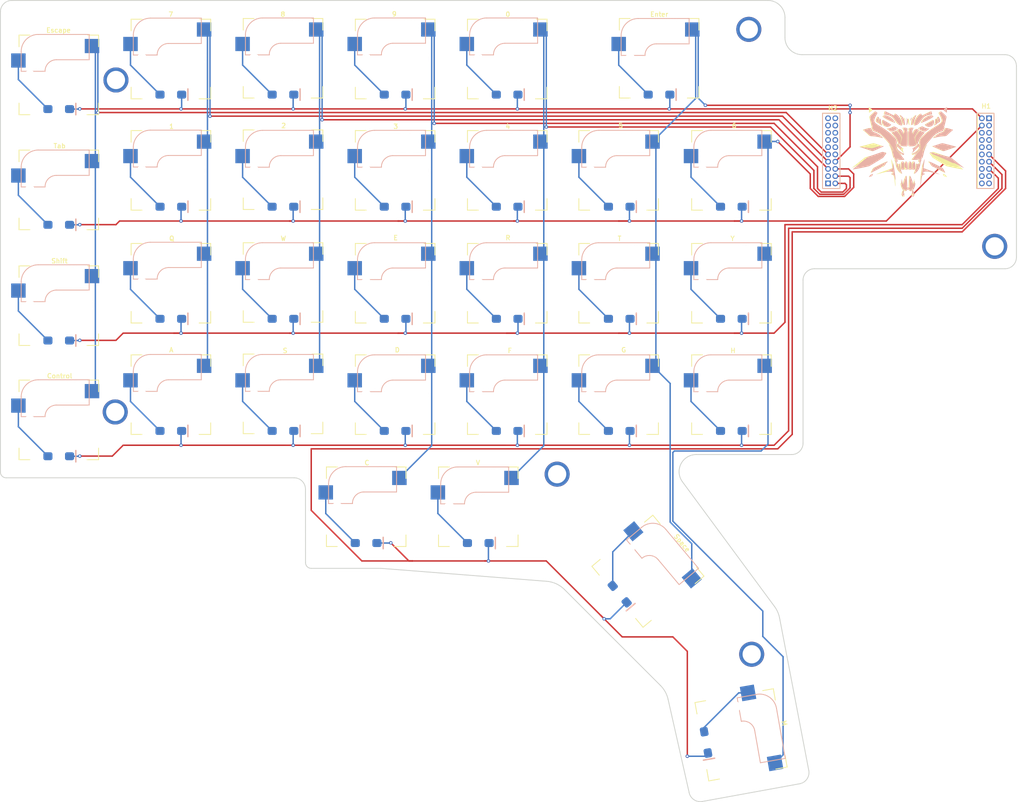
<source format=kicad_pcb>
(kicad_pcb (version 20221018) (generator pcbnew)
  (layers (0 "F.Cu" signal) (31 "B.Cu" signal) (34 "B.Paste" user) (35 "F.Paste" user) (36 "B.SilkS" user "B.Silkscreen") (37 "F.SilkS" user "F.Silkscreen") (38 "B.Mask" user) (39 "F.Mask" user) (44 "Edge.Cuts" user))
  (net 0 "")
  (net 1 "ROW1")
  (net 2 "Net-(D1-A)")
  (net 3 "ROW2")
  (net 4 "Net-(D2-A)")
  (net 5 "ROW3")
  (net 6 "Net-(D3-A)")
  (net 7 "ROW4")
  (net 8 "Net-(D4-A)")
  (net 9 "Net-(D5-A)")
  (net 10 "Net-(D6-A)")
  (net 11 "Net-(D7-A)")
  (net 12 "Net-(D8-A)")
  (net 13 "Net-(D9-A)")
  (net 14 "Net-(D10-A)")
  (net 15 "Net-(D11-A)")
  (net 16 "Net-(D12-A)")
  (net 17 "Net-(D13-A)")
  (net 18 "Net-(D14-A)")
  (net 19 "Net-(D15-A)")
  (net 20 "Net-(D16-A)")
  (net 21 "ROW5")
  (net 22 "Net-(D17-A)")
  (net 23 "Net-(D18-A)")
  (net 24 "Net-(D19-A)")
  (net 25 "Net-(D20-A)")
  (net 26 "Net-(D21-A)")
  (net 27 "Net-(D22-A)")
  (net 28 "Net-(D23-A)")
  (net 29 "Net-(D24-A)")
  (net 30 "Net-(D25-A)")
  (net 31 "Net-(D26-A)")
  (net 32 "Net-(D27-A)")
  (net 33 "Net-(D28-A)")
  (net 34 "Net-(D29-A)")
  (net 35 "Net-(D30-A)")
  (net 36 "Net-(D31-A)")
  (net 37 "COL1")
  (net 38 "COL2")
  (net 39 "COL3")
  (net 40 "COL4")
  (net 41 "COL5")
  (net 42 "COL6")
  (net 43 "COL7")
  (footprint "MX_Only:MXOnly-1U-Hotswap" (layer "F.Cu") (at 50.9135 91.4673)
    (fp_text reference "SW8")
    (fp_text value "SW_Push_A")
  )
  (footprint "mt-choc-footprints:D_SOD123" (layer "F.Cu") (at 50.9085 38.7623 180)
    (fp_text reference "D5")
    (fp_text value "D")
  )
  (footprint "MX_Only:MXOnly-1U-Hotswap" (layer "F.Cu") (at 85.2035 111.1523)
    (fp_text reference "SW17")
    (fp_text value "SW_Push_C")
  )
  (footprint "mt-choc-footprints:m2_standoff" (layer "F.Cu") (at 152.908 137.033)
    (fp_text reference "H1")
    (fp_text value "MountingHole")
  )
  (footprint "mt-choc-footprints:D_SOD123" (layer "F.Cu") (at 109.9635 58.4473 180)
    (fp_text reference "D19")
    (fp_text value "D")
  )
  (footprint "MX_Only:MXOnly-1U-Hotswap" (layer "F.Cu") (at 70.5985 52.0973)
    (fp_text reference "SW10")
    (fp_text value "SW_Push_2")
  )
  (footprint "mt-choc-footprints:D_SOD123" (layer "F.Cu") (at 90.2885 78.1323 180)
    (fp_text reference "D15")
    (fp_text value "D")
  )
  (footprint "mt-choc-footprints:D_SOD123" (layer "F.Cu") (at 31.233495 61.622296 180)
    (fp_text reference "D2")
    (fp_text value "D")
  )
  (footprint "MX_Only:MXOnly-1U-Hotswap" (layer "F.Cu") (at 90.2835 91.4673)
    (fp_text reference "SW16")
    (fp_text value "SW_Push_D")
  )
  (footprint "MX_Only:MXOnly-1U-Hotswap" (layer "F.Cu") (at 149.3385 91.4673)
    (fp_text reference "SW30")
    (fp_text value "SW_Push_H")
  )
  (footprint "MX_Only:MXOnly-1U-Hotswap" (layer "F.Cu") (at 129.6535 91.4673)
    (fp_text reference "SW26")
    (fp_text value "SW_Push_G")
  )
  (footprint "MX_Only:MXOnly-1U-Hotswap" (layer "F.Cu") (at 129.6535 71.7823)
    (fp_text reference "SW25")
    (fp_text value "SW_Push_T")
  )
  (footprint "mt-choc-footprints:m2_standoff" (layer "F.Cu") (at 41.275 36.195)
    (fp_text reference "H6")
    (fp_text value "MountingHole")
  )
  (footprint "mt-choc-footprints:D_SOD123" (layer "F.Cu") (at 90.2885 58.4473 180)
    (fp_text reference "D14")
    (fp_text value "D")
  )
  (footprint "mt-choc-footprints:D_SOD123" (layer "F.Cu") (at 149.3335 78.1323 180)
    (fp_text reference "D29")
    (fp_text value "D")
  )
  (footprint "mt-choc-footprints:D_SOD123" (layer "F.Cu") (at 129.6485 97.8173 180)
    (fp_text reference "D26")
    (fp_text value "D")
  )
  (footprint "mt-choc-footprints:D_SOD123" (layer "F.Cu") (at 149.3335 58.4473 180)
    (fp_text reference "D28")
    (fp_text value "D")
  )
  (footprint "MX_Only:MXOnly-1U-Hotswap" (layer "F.Cu") (at 31.2285 55.5123)
    (fp_text reference "SW2")
    (fp_text value "SW_Push_TAB")
  )
  (footprint "MX_Only:MXOnly-1U-Hotswap" (layer "F.Cu") (at 150.996367 151.234477 -80)
    (fp_text reference "SW31")
    (fp_text value "SW_Push_M")
  )
  (footprint "MX_Only:MXOnly-1U-Hotswap" (layer "F.Cu") (at 109.9685 52.0973)
    (fp_text reference "SW19")
    (fp_text value "SW_Push_4")
  )
  (footprint "MX_Only:MXOnly-1U-Hotswap" (layer "F.Cu") (at 50.9135 71.7823)
    (fp_text reference "SW7")
    (fp_text value "SW_Push_Q")
  )
  (footprint "mt-choc-footprints:D_SOD123" (layer "F.Cu") (at 50.9185 58.4473 180)
    (fp_text reference "D6")
    (fp_text value "D")
  )
  (footprint "LOGO" (layer "F.Cu") (at 180.34 48.895)
    (fp_text reference "G***" hide)
    (fp_text value "LOGO" hide)
  )
  (footprint "MX_Only:MXOnly-2U-Hotswap" (layer "F.Cu") (at 134.7335 122.500794 -50)
    (fp_text reference "SW27")
    (fp_text value "SW_Push_SPACE")
  )
  (footprint "MX_Only:MXOnly-1U-Hotswap" (layer "F.Cu") (at 70.5985 32.4123)
    (fp_text reference "SW9")
    (fp_text value "SW_Push_8")
  )
  (footprint "mt-choc-footprints:D_SOD123" (layer "F.Cu") (at 129.6485 58.4473 180)
    (fp_text reference "D24")
    (fp_text value "D")
  )
  (footprint "mt-choc-footprints:D_SOD123" (layer "F.Cu") (at 85.1985 117.5023 180)
    (fp_text reference "D17")
    (fp_text value "D")
  )
  (footprint "mt-choc-footprints:D_SOD123" (layer "F.Cu") (at 70.5935 58.4473 180)
    (fp_text reference "D10")
    (fp_text value "D")
  )
  (footprint "MX_Only:MXOnly-1U-Hotswap" (layer "F.Cu") (at 149.3385 71.7823)
    (fp_text reference "SW29")
    (fp_text value "SW_Push_Y")
  )
  (footprint "mt-choc-footprints:D_SOD123" (layer "F.Cu") (at 136.6335 38.7623 180)
    (fp_text reference "D23")
    (fp_text value "D")
  )
  (footprint "mt-choc-footprints:D_SOD123" (layer "F.Cu") (at 70.6035 78.1323 180)
    (fp_text reference "D11")
    (fp_text value "D")
  )
  (footprint "MX_Only:MXOnly-1U-Hotswap" (layer "F.Cu") (at 90.2835 71.7823)
    (fp_text reference "SW15")
    (fp_text value "SW_Push_E")
  )
  (footprint "mt-choc-footprints:D_SOD123" (layer "F.Cu") (at 109.9635 97.8173 180)
    (fp_text reference "D21")
    (fp_text value "D")
  )
  (footprint "MX_Only:MXOnly-1U-Hotswap" (layer "F.Cu") (at 104.8885 111.1523)
    (fp_text reference "SW22")
    (fp_text value "SW_Push_V")
  )
  (footprint "MX_Only:MXOnly-1U-Hotswap" (layer "F.Cu") (at 109.9685 91.4673)
    (fp_text reference "SW21")
    (fp_text value "SW_Push_F")
  )
  (footprint "mt-choc-footprints:D_SOD123" (layer "F.Cu") (at 129.6485 78.1323 180)
    (fp_text reference "D25")
    (fp_text value "D")
  )
  (footprint "mt-choc-footprints:D_SOD123" (layer "F.Cu") (at 70.6035 38.7623 180)
    (fp_text reference "D9")
    (fp_text value "D")
  )
  (footprint "mt-choc-footprints:m2_standoff" (layer "F.Cu") (at 118.745 105.41)
    (fp_text reference "H4")
    (fp_text value "MountingHole")
  )
  (footprint "MX_Only:MXOnly-1U-Hotswap" (layer "F.Cu") (at 50.9135 52.0973)
    (fp_text reference "SW6")
    (fp_text value "SW_Push_1")
  )
  (footprint "mt-choc-footprints:RP2040_LCD_1p28" (layer "F.Cu") (at 174.049862 27.336418)
    (fp_text reference "U1")
    (fp_text value "RP2040_LCD_1p28")
  )
  (footprint "mt-choc-footprints:D_SOD123" (layer "F.Cu") (at 50.9085 97.8173 180)
    (fp_text reference "D8")
    (fp_text value "D")
  )
  (footprint "MX_Only:MXOnly-1U-Hotswap" (layer "F.Cu") (at 90.2835 52.0973)
    (fp_text reference "SW14")
    (fp_text value "SW_Push_3")
  )
  (footprint "MX_Only:MXOnly-1U-Hotswap" (layer "F.Cu") (at 109.9685 32.4123)
    (fp_text reference "SW18")
    (fp_text value "SW_Push_0")
  )
  (footprint "mt-choc-footprints:m2_standoff" (layer "F.Cu") (at 41.148 94.488)
    (fp_text reference "H5")
    (fp_text value "MountingHole")
  )
  (footprint "MX_Only:MXOnly-1U-Hotswap" (layer "F.Cu") (at 109.9685 71.7823)
    (fp_text reference "SW20")
    (fp_text value "SW_Push_R")
  )
  (footprint "MX_Only:MXOnly-1U-Hotswap" (layer "F.Cu") (at 70.5985 71.7823)
    (fp_text reference "SW11")
    (fp_text value "SW_Push_W")
  )
  (footprint "mt-choc-footprints:D_SOD123" (layer "F.Cu") (at 31.2285 102.2623 180)
    (fp_text reference "D4")
    (fp_text value "D")
  )
  (footprint "MX_Only:MXOnly-1.75U-Hotswap" (layer "F.Cu") (at 136.6385 32.4123)
    (fp_text reference "SW23")
    (fp_text value "SW_Push_ENTER")
  )
  (footprint "mt-choc-footprints:D_SOD123" (layer "F.Cu") (at 109.9635 38.7623 180)
    (fp_text reference "D18")
    (fp_text value "D")
  )
  (footprint "MX_Only:MXOnly-1U-Hotswap" (layer "F.Cu") (at 129.6535 52.0973)
    (fp_text reference "SW24")
    (fp_text value "SW_Push_5")
  )
  (footprint "mt-choc-footprints:m2_standoff" (layer "F.Cu") (at 152.4 27.305)
    (fp_text reference "H3")
    (fp_text value "MountingHole")
  )
  (footprint "mt-choc-footprints:D_SOD123" (layer "F.Cu") (at 31.2285 81.9423 180)
    (fp_text reference "D3")
    (fp_text value "D")
  )
  (footprint "mt-choc-footprints:m2_standoff" (layer "F.Cu") (at 195.58 65.405)
    (fp_text reference "H2")
    (fp_text value "MountingHole")
  )
  (footprint "MX_Only:MXOnly-1U-Hotswap" (layer "F.Cu") (at 31.2285 95.9123)
    (fp_text reference "SW4")
    (fp_text value "SW_Push_CTRL")
  )
  (footprint "mt-choc-footprints:D_SOD123" (layer "F.Cu") (at 70.6035 97.8173 180)
    (fp_text reference "D12")
    (fp_text value "D")
  )
  (footprint "MX_Only:MXOnly-1U-Hotswap" (layer "F.Cu") (at 50.9135 32.4123)
    (fp_text reference "SW5")
    (fp_text value "SW_Push_7")
  )
  (footprint "MX_Only:MXOnly-1U-Hotswap" (layer "F.Cu") (at 70.5985 91.4673)
    (fp_text reference "SW12")
    (fp_text value "SW_Push_S")
  )
  (footprint "mt-choc-footprints:D_SOD123" (layer "F.Cu") (at 50.9085 78.1323 180)
    (fp_text reference "D7")
    (fp_text value "D")
  )
  (footprint "mt-choc-footprints:D_SOD123" (layer "F.Cu") (at 144.8935 152.500803 100)
    (fp_text reference "D31")
    (fp_text value "D")
  )
  (footprint "mt-choc-footprints:D_SOD123" (layer "F.Cu") (at 129.727003 126.465803 130)
    (fp_text reference "D27")
    (fp_text value "D")
  )
  (footprint "MX_Only:MXOnly-1U-Hotswap" (layer "F.Cu") (at 149.3385 52.0973)
    (fp_text reference "SW28")
    (fp_text value "SW_Push_6")
  )
  (footprint "mt-choc-footprints:D_SOD123" (layer "F.Cu") (at 104.8935 117.5023 180)
    (fp_text reference "D22")
    (fp_text value "D")
  )
  (footprint "mt-choc-footprints:D_SOD123" (layer "F.Cu") (at 109.9735 78.1323 180)
    (fp_text reference "D20")
    (fp_text value "D")
  )
  (footprint "mt-choc-footprints:D_SOD123" (layer "F.Cu") (at 31.2285 41.3023 180)
    (fp_text reference "D1")
    (fp_text value "D")
  )
  (footprint "mt-choc-footprints:D_SOD123" (layer "F.Cu") (at 90.2885 97.8173 180)
    (fp_text reference "D16")
    (fp_text value "D")
  )
  (footprint "MX_Only:MXOnly-1U-Hotswap" (layer "F.Cu") (at 31.2285 75.7123)
    (fp_text reference "SW3")
    (fp_text value "SW_Push_SHIFT")
  )
  (footprint "MX_Only:MXOnly-1U-Hotswap" (layer "F.Cu") (at 31.2285 35.3123)
    (fp_text reference "SW1")
    (fp_text value "SW_Push_ESC")
  )
  (footprint "MX_Only:MXOnly-1U-Hotswap" (layer "F.Cu") (at 90.2835 32.4123)
    (fp_text reference "SW13")
    (fp_text value "SW_Push_9")
  )
  (footprint "mt-choc-footprints:D_SOD123" (layer "F.Cu") (at 149.3335 97.8173 180)
    (fp_text reference "D30")
    (fp_text value "D")
  )
  (footprint "mt-choc-footprints:D_SOD123" (layer "F.Cu") (at 90.2885 38.7623 180)
    (fp_text reference "D13")
    (fp_text value "D")
  )
  (footprint "LOGO" (layer "B.Cu") (at 180.34 48.895 180)
    (fp_text reference "G***" hide)
    (fp_text value "LOGO" hide)
  )
  (gr_line (start 50.514 29.781) (end 56.261 29.781) (stroke (width 0.1524)) (layer "B.SilkS"))
  (gr_line (start 75.946 69.215) (end 75.946 64.77) (stroke (width 0.1524)) (layer "B.SilkS"))
  (gr_line (start 68.199 51.5135) (end 68.199 51.4815) (stroke (width 0.1524)) (layer "B.SilkS"))
  (gr_line (start 154.686 64.77) (end 145.748 64.77) (stroke (width 0.1524)) (layer "B.SilkS"))
  (gr_line (start 123.063 48.0365) (end 123.063 51.5135) (stroke (width 0.1524)) (layer "B.SilkS"))
  (gr_line (start 95.631 88.9) (end 95.631 84.455) (stroke (width 0.1524)) (layer "B.SilkS"))
  (gr_arc (start 44.323 87.3915) (mid 45.20168 85.27018) (end 47.323 84.3915) (stroke (width 0.1524)) (layer "B.SilkS"))
  (gr_line (start 115.316 69.215) (end 115.316 64.77) (stroke (width 0.1524)) (layer "B.SilkS"))
  (gr_line (start 95.631 69.215) (end 95.631 64.77) (stroke (width 0.1524)) (layer "B.SilkS"))
  (gr_line (start 50.514 49.45) (end 56.261 49.45) (stroke (width 0.1524)) (layer "B.SilkS"))
  (gr_arc (start 103.378 48.0365) (mid 104.25668 45.91518) (end 106.378 45.0365) (stroke (width 0.1524)) (layer "B.SilkS"))
  (gr_line (start 153.782031 144.075456) (end 150.357865 144.679222) (stroke (width 0.1524)) (layer "B.SilkS"))
  (gr_line (start 135.001 64.77) (end 126.063 64.77) (stroke (width 0.1524)) (layer "B.SilkS"))
  (gr_line (start 115.316 84.455) (end 106.378 84.455) (stroke (width 0.1524)) (layer "B.SilkS"))
  (gr_arc (start 107.569 90.9) (mid 108.154786 89.485786) (end 109.569 88.9) (stroke (width 0.1524)) (layer "B.SilkS"))
  (gr_arc (start 153.782031 144.075456) (mid 156.023702 144.572419) (end 157.257403 146.508925) (stroke (width 0.1524)) (layer "B.SilkS"))
  (gr_arc (start 82.804 110.537) (mid 83.389786 109.122786) (end 84.804 108.537) (stroke (width 0.1524)) (layer "B.SilkS"))
  (gr_line (start 28.829 75.12) (end 28.829 75.088) (stroke (width 0.1524)) (layer "B.SilkS"))
  (gr_arc (start 68.199 71.215) (mid 68.784786 69.800786) (end 70.199 69.215) (stroke (width 0.1524)) (layer "B.SilkS"))
  (gr_line (start 44.323 51.482) (end 48.514 51.482) (stroke (width 0.1524)) (layer "B.SilkS"))
  (gr_line (start 135.001 69.215) (end 135.001 64.77) (stroke (width 0.1524)) (layer "B.SilkS"))
  (gr_line (start 103.378 71.247) (end 107.569 71.247) (stroke (width 0.1524)) (layer "B.SilkS"))
  (gr_line (start 148.939 49.4815) (end 154.686 49.4815) (stroke (width 0.1524)) (layer "B.SilkS"))
  (gr_line (start 36.576 68.643) (end 27.638 68.643) (stroke (width 0.1524)) (layer "B.SilkS"))
  (gr_line (start 83.693 51.5135) (end 87.884 51.5135) (stroke (width 0.1524)) (layer "B.SilkS"))
  (gr_line (start 84.804 108.537) (end 90.551 108.537) (stroke (width 0.1524)) (layer "B.SilkS"))
  (gr_arc (start 107.569 31.75) (mid 108.154786 30.335786) (end 109.569 29.75) (stroke (width 0.1524)) (layer "B.SilkS"))
  (gr_line (start 110.236 108.585) (end 110.236 104.14) (stroke (width 0.1524)) (layer "B.SilkS"))
  (gr_line (start 107.569 31.782) (end 107.569 31.75) (stroke (width 0.1524)) (layer "B.SilkS"))
  (gr_arc (start 68.199 51.4815) (mid 68.784786 50.067286) (end 70.199 49.4815) (stroke (width 0.1524)) (layer "B.SilkS"))
  (gr_arc (start 44.323 48.005) (mid 45.20168 45.88368) (end 47.323 45.005) (stroke (width 0.1524)) (layer "B.SilkS"))
  (gr_line (start 36.576 28.194) (end 27.638 28.194) (stroke (width 0.1524)) (layer "B.SilkS"))
  (gr_line (start 30.829 73.088) (end 36.576 73.088) (stroke (width 0.1524)) (layer "B.SilkS"))
  (gr_line (start 89.884 69.215) (end 95.631 69.215) (stroke (width 0.1524)) (layer "B.SilkS"))
  (gr_line (start 109.569 49.4815) (end 115.316 49.4815) (stroke (width 0.1524)) (layer "B.SilkS"))
  (gr_arc (start 48.514 51.45) (mid 49.099786 50.035786) (end 50.514 49.45) (stroke (width 0.1524)) (layer "B.SilkS"))
  (gr_line (start 48.514 71.166) (end 48.514 71.134) (stroke (width 0.1524)) (layer "B.SilkS"))
  (gr_line (start 103.378 67.77) (end 103.378 71.247) (stroke (width 0.1524)) (layer "B.SilkS"))
  (gr_line (start 153.434038 150.42332) (end 154.432 156.083) (stroke (width 0.1524)) (layer "B.SilkS"))
  (gr_line (start 44.323 67.689) (end 44.323 71.166) (stroke (width 0.1524)) (layer "B.SilkS"))
  (gr_line (start 48.514 51.482) (end 48.514 51.45) (stroke (width 0.1524)) (layer "B.SilkS"))
  (gr_line (start 50.514 88.8365) (end 56.261 88.8365) (stroke (width 0.1524)) (layer "B.SilkS"))
  (gr_arc (start 123.063 87.455) (mid 123.94168 85.33368) (end 126.063 84.455) (stroke (width 0.1524)) (layer "B.SilkS"))
  (gr_line (start 28.829 34.671) (end 28.829 34.639) (stroke (width 0.1524)) (layer "B.SilkS"))
  (gr_line (start 30.829 93.281) (end 36.576 93.281) (stroke (width 0.1524)) (layer "B.SilkS"))
  (gr_arc (start 129.9845 28.4) (mid 130.86318 26.27868) (end 132.9845 25.4) (stroke (width 0.1524)) (layer "B.SilkS"))
  (gr_line (start 64.008 28.305) (end 64.008 31.782) (stroke (width 0.1524)) (layer "B.SilkS"))
  (gr_arc (start 83.693 48.0365) (mid 84.57168 45.91518) (end 86.693 45.0365) (stroke (width 0.1524)) (layer "B.SilkS"))
  (gr_arc (start 68.199 31.75) (mid 68.784786 30.335786) (end 70.199 29.75) (stroke (width 0.1524)) (layer "B.SilkS"))
  (gr_line (start 36.576 73.088) (end 36.576 68.643) (stroke (width 0.1524)) (layer "B.SilkS"))
  (gr_line (start 115.316 49.4815) (end 115.316 45.0365) (stroke (width 0.1524)) (layer "B.SilkS"))
  (gr_line (start 64.008 71.247) (end 68.199 71.247) (stroke (width 0.1524)) (layer "B.SilkS"))
  (gr_line (start 141.9225 25.4) (end 132.9845 25.4) (stroke (width 0.1524)) (layer "B.SilkS"))
  (gr_line (start 142.748 48.0365) (end 142.748 51.5135) (stroke (width 0.1524)) (layer "B.SilkS"))
  (gr_arc (start 87.884 90.9) (mid 88.469786 89.485786) (end 89.884 88.9) (stroke (width 0.1524)) (layer "B.SilkS"))
  (gr_arc (start 98.298 107.14) (mid 99.17668 105.01868) (end 101.298 104.14) (stroke (width 0.1524)) (layer "B.SilkS"))
  (gr_line (start 154.686 88.9) (end 154.686 84.455) (stroke (width 0.1524)) (layer "B.SilkS"))
  (gr_line (start 134.1755 31.877) (end 134.1755 31.845) (stroke (width 0.1524)) (layer "B.SilkS"))
  (gr_line (start 127.254 90.932) (end 127.254 90.9) (stroke (width 0.1524)) (layer "B.SilkS"))
  (gr_line (start 151.085623 148.806553) (end 151.117128 148.800994) (stroke (width 0.1524)) (layer "B.SilkS"))
  (gr_arc (start 127.254 51.4815) (mid 127.839786 50.067286) (end 129.254 49.4815) (stroke (width 0.1524)) (layer "B.SilkS"))
  (gr_line (start 87.884 71.247) (end 87.884 71.215) (stroke (width 0.1524)) (layer "B.SilkS"))
  (gr_arc (start 107.569 51.4815) (mid 108.154786 50.067286) (end 109.569 49.4815) (stroke (width 0.1524)) (layer "B.SilkS"))
  (gr_line (start 142.748 51.5135) (end 146.939 51.5135) (stroke (width 0.1524)) (layer "B.SilkS"))
  (gr_line (start 129.254 49.4815) (end 135.001 49.4815) (stroke (width 0.1524)) (layer "B.SilkS"))
  (gr_line (start 24.638 31.194) (end 24.638 34.671) (stroke (width 0.1524)) (layer "B.SilkS"))
  (gr_line (start 44.323 48.005) (end 44.323 51.482) (stroke (width 0.1524)) (layer "B.SilkS"))
  (gr_line (start 68.199 71.247) (end 68.199 71.215) (stroke (width 0.1524)) (layer "B.SilkS"))
  (gr_line (start 135.001 88.9) (end 135.001 84.455) (stroke (width 0.1524)) (layer "B.SilkS"))
  (gr_line (start 24.638 51.498) (end 24.638 54.975) (stroke (width 0.1524)) (layer "B.SilkS"))
  (gr_line (start 107.569 71.247) (end 107.569 71.215) (stroke (width 0.1524)) (layer "B.SilkS"))
  (gr_arc (start 83.693 87.455) (mid 84.57168 85.33368) (end 86.693 84.455) (stroke (width 0.1524)) (layer "B.SilkS"))
  (gr_line (start 142.748 71.247) (end 146.939 71.247) (stroke (width 0.1524)) (layer "B.SilkS"))
  (gr_line (start 90.551 108.537) (end 90.551 104.092) (stroke (width 0.1524)) (layer "B.SilkS"))
  (gr_line (start 146.939 71.247) (end 146.939 71.215) (stroke (width 0.1524)) (layer "B.SilkS"))
  (gr_line (start 142.748 90.932) (end 146.939 90.932) (stroke (width 0.1524)) (layer "B.SilkS"))
  (gr_line (start 36.576 88.836) (end 27.638 88.836) (stroke (width 0.1524)) (layer "B.SilkS"))
  (gr_line (start 44.323 31.813) (end 48.514 31.813) (stroke (width 0.1524)) (layer "B.SilkS"))
  (gr_line (start 24.638 75.12) (end 28.829 75.12) (stroke (width 0.1524)) (layer "B.SilkS"))
  (gr_line (start 158.809461 155.311142) (end 157.257403 146.508925) (stroke (width 0.1524)) (layer "B.SilkS"))
  (gr_arc (start 87.884 51.4815) (mid 88.469786 50.067286) (end 89.884 49.4815) (stroke (width 0.1524)) (layer "B.SilkS"))
  (gr_line (start 75.946 25.305) (end 67.008 25.305) (stroke (width 0.1524)) (layer "B.SilkS"))
  (gr_arc (start 68.199 90.836) (mid 68.784786 89.421786) (end 70.199 88.836) (stroke (width 0.1524)) (layer "B.SilkS"))
  (gr_line (start 75.946 49.4815) (end 75.946 45.0365) (stroke (width 0.1524)) (layer "B.SilkS"))
  (gr_line (start 95.631 25.305) (end 86.693 25.305) (stroke (width 0.1524)) (layer "B.SilkS"))
  (gr_line (start 103.378 28.305) (end 103.378 31.782) (stroke (width 0.1524)) (layer "B.SilkS"))
  (gr_line (start 36.576 48.498) (end 27.638 48.498) (stroke (width 0.1524)) (layer "B.SilkS"))
  (gr_line (start 115.316 88.9) (end 115.316 84.455) (stroke (width 0.1524)) (layer "B.SilkS"))
  (gr_line (start 129.254 88.9) (end 135.001 88.9) (stroke (width 0.1524)) (layer "B.SilkS"))
  (gr_line (start 83.693 87.455) (end 83.693 90.932) (stroke (width 0.1524)) (layer "B.SilkS"))
  (gr_line (start 56.261 25.336) (end 47.323 25.336) (stroke (width 0.1524)) (layer "B.SilkS"))
  (gr_arc (start 87.884 71.215) (mid 88.469786 69.800786) (end 89.884 69.215) (stroke (width 0.1524)) (layer "B.SilkS"))
  (gr_line (start 115.316 29.75) (end 115.316 25.305) (stroke (width 0.1524)) (layer "B.SilkS"))
  (gr_line (start 28.829 54.975) (end 28.829 54.943) (stroke (width 0.1524)) (layer "B.SilkS"))
  (gr_arc (start 103.378 67.77) (mid 104.25668 65.64868) (end 106.378 64.77) (stroke (width 0.1524)) (layer "B.SilkS"))
  (gr_line (start 24.638 71.643) (end 24.638 75.12) (stroke (width 0.1524)) (layer "B.SilkS"))
  (gr_arc (start 64.008 87.391) (mid 64.88668 85.26968) (end 67.008 84.391) (stroke (width 0.1524)) (layer "B.SilkS"))
  (gr_rect (start 192.405 42.037) (end 195.453 55.245) (stroke (width 0.1524)) (fill none) (layer "B.SilkS"))
  (gr_line (start 90.551 104.092) (end 81.613 104.092) (stroke (width 0.1524)) (layer "B.SilkS"))
  (gr_arc (start 24.638 31.194) (mid 25.51668 29.07268) (end 27.638 28.194) (stroke (width 0.1524)) (layer "B.SilkS"))
  (gr_line (start 115.316 25.305) (end 106.378 25.305) (stroke (width 0.1524)) (layer "B.SilkS"))
  (gr_line (start 89.884 49.4815) (end 95.631 49.4815) (stroke (width 0.1524)) (layer "B.SilkS"))
  (gr_line (start 154.686 45.0365) (end 145.748 45.0365) (stroke (width 0.1524)) (layer "B.SilkS"))
  (gr_line (start 70.199 49.4815) (end 75.946 49.4815) (stroke (width 0.1524)) (layer "B.SilkS"))
  (gr_line (start 129.254 69.215) (end 135.001 69.215) (stroke (width 0.1524)) (layer "B.SilkS"))
  (gr_line (start 64.008 67.77) (end 64.008 71.247) (stroke (width 0.1524)) (layer "B.SilkS"))
  (gr_line (start 115.316 64.77) (end 106.378 64.77) (stroke (width 0.1524)) (layer "B.SilkS"))
  (gr_line (start 123.063 90.932) (end 127.254 90.932) (stroke (width 0.1524)) (layer "B.SilkS"))
  (gr_line (start 109.569 88.9) (end 115.316 88.9) (stroke (width 0.1524)) (layer "B.SilkS"))
  (gr_line (start 87.884 90.932) (end 87.884 90.9) (stroke (width 0.1524)) (layer "B.SilkS"))
  (gr_line (start 83.693 90.932) (end 87.884 90.932) (stroke (width 0.1524)) (layer "B.SilkS"))
  (gr_arc (start 48.514 90.8365) (mid 49.099786 89.422286) (end 50.514 88.8365) (stroke (width 0.1524)) (layer "B.SilkS"))
  (gr_line (start 87.884 51.5135) (end 87.884 51.4815) (stroke (width 0.1524)) (layer "B.SilkS"))
  (gr_arc (start 28.829 54.943) (mid 29.414786 53.528786) (end 30.829 52.943) (stroke (width 0.1524)) (layer "B.SilkS"))
  (gr_line (start 64.008 90.868) (end 68.199 90.868) (stroke (width 0.1524)) (layer "B.SilkS"))
  (gr_arc (start 48.514 31.781) (mid 49.099786 30.366786) (end 50.514 29.781) (stroke (width 0.1524)) (layer "B.SilkS"))
  (gr_line (start 48.514 31.813) (end 48.514 31.781) (stroke (width 0.1524)) (layer "B.SilkS"))
  (gr_line (start 44.323 71.166) (end 48.514 71.166) (stroke (width 0.1524)) (layer "B.SilkS"))
  (gr_arc (start 146.939 51.4815) (mid 147.524786 50.067286) (end 148.939 49.4815) (stroke (width 0.1524)) (layer "B.SilkS"))
  (gr_line (start 83.693 48.0365) (end 83.693 51.5135) (stroke (width 0.1524)) (layer "B.SilkS"))
  (gr_arc (start 127.254 90.9) (mid 127.839786 89.485786) (end 129.254 88.9) (stroke (width 0.1524)) (layer "B.SilkS"))
  (gr_line (start 107.569 90.932) (end 107.569 90.9) (stroke (width 0.1524)) (layer "B.SilkS"))
  (gr_line (start 127.254 71.247) (end 127.254 71.215) (stroke (width 0.1524)) (layer "B.SilkS"))
  (gr_line (start 70.199 69.215) (end 75.946 69.215) (stroke (width 0.1524)) (layer "B.SilkS"))
  (gr_line (start 75.946 45.0365) (end 67.008 45.0365) (stroke (width 0.1524)) (layer "B.SilkS"))
  (gr_line (start 123.063 87.455) (end 123.063 90.932) (stroke (width 0.1524)) (layer "B.SilkS"))
  (gr_line (start 83.693 67.77) (end 83.693 71.247) (stroke (width 0.1524)) (layer "B.SilkS"))
  (gr_line (start 135.001 45.0365) (end 126.063 45.0365) (stroke (width 0.1524)) (layer "B.SilkS"))
  (gr_arc (start 64.008 28.305) (mid 64.88668 26.18368) (end 67.008 25.305) (stroke (width 0.1524)) (layer "B.SilkS"))
  (gr_line (start 102.489 110.617) (end 102.489 110.585) (stroke (width 0.1524)) (layer "B.SilkS"))
  (gr_line (start 68.199 31.782) (end 68.199 31.75) (stroke (width 0.1524)) (layer "B.SilkS"))
  (gr_arc (start 127.254 71.215) (mid 127.839786 69.800786) (end 129.254 69.215) (stroke (width 0.1524)) (layer "B.SilkS"))
  (gr_arc (start 133.655436 120.156922) (mid 135.115325 119.69662) (end 136.473099 120.40344) (stroke (width 0.1524)) (layer "B.SilkS"))
  (gr_line (start 130.937 116.967) (end 133.630926 120.177494) (stroke (width 0.1524)) (layer "B.SilkS"))
  (gr_line (start 56.261 45.005) (end 47.323 45.005) (stroke (width 0.1524)) (layer "B.SilkS"))
  (gr_line (start 154.432 156.083) (end 158.809461 155.311142) (stroke (width 0.1524)) (layer "B.SilkS"))
  (gr_line (start 56.261 49.45) (end 56.261 45.005) (stroke (width 0.1524)) (layer "B.SilkS"))
  (gr_line (start 142.748 67.77) (end 142.748 71.247) (stroke (width 0.1524)) (layer "B.SilkS"))
  (gr_line (start 154.686 49.4815) (end 154.686 45.0365) (stroke (width 0.1524)) (layer "B.SilkS"))
  (gr_arc (start 28.829 95.281) (mid 29.414786 93.866786) (end 30.829 93.281) (stroke (width 0.1524)) (layer "B.SilkS"))
  (gr_line (start 103.378 31.782) (end 107.569 31.782) (stroke (width 0.1524)) (layer "B.SilkS"))
  (gr_line (start 82.804 110.569) (end 82.804 110.537) (stroke (width 0.1524)) (layer "B.SilkS"))
  (gr_line (start 78.613 110.569) (end 82.804 110.569) (stroke (width 0.1524)) (layer "B.SilkS"))
  (gr_line (start 129.9845 28.4) (end 129.9845 31.877) (stroke (width 0.1524)) (layer "B.SilkS"))
  (gr_line (start 103.378 87.455) (end 103.378 90.932) (stroke (width 0.1524)) (layer "B.SilkS"))
  (gr_arc (start 134.1755 31.845) (mid 134.761286 30.430786) (end 136.1755 29.845) (stroke (width 0.1524)) (layer "B.SilkS"))
  (gr_line (start 64.008 48.0365) (end 64.008 51.5135) (stroke (width 0.1524)) (layer "B.SilkS"))
  (gr_line (start 95.631 29.75) (end 95.631 25.305) (stroke (width 0.1524)) (layer "B.SilkS"))
  (gr_line (start 64.008 31.782) (end 68.199 31.782) (stroke (width 0.1524)) (layer "B.SilkS"))
  (gr_line (start 28.829 95.313) (end 28.829 95.281) (stroke (width 0.1524)) (layer "B.SilkS"))
  (gr_arc (start 103.378 87.455) (mid 104.25668 85.33368) (end 106.378 84.455) (stroke (width 0.1524)) (layer "B.SilkS"))
  (gr_line (start 75.946 29.75) (end 75.946 25.305) (stroke (width 0.1524)) (layer "B.SilkS"))
  (gr_line (start 24.638 91.836) (end 24.638 95.313) (stroke (width 0.1524)) (layer "B.SilkS"))
  (gr_arc (start 146.939 90.9) (mid 147.524786 89.485786) (end 148.939 88.9) (stroke (width 0.1524)) (layer "B.SilkS"))
  (gr_line (start 142.748 87.455) (end 142.748 90.932) (stroke (width 0.1524)) (layer "B.SilkS"))
  (gr_arc (start 142.748 48.0365) (mid 143.62668 45.91518) (end 145.748 45.0365) (stroke (width 0.1524)) (layer "B.SilkS"))
  (gr_line (start 129.9845 31.877) (end 134.1755 31.877) (stroke (width 0.1524)) (layer "B.SilkS"))
  (gr_line (start 98.298 110.617) (end 102.489 110.617) (stroke (width 0.1524)) (layer "B.SilkS"))
  (gr_line (start 98.298 107.14) (end 98.298 110.617) (stroke (width 0.1524)) (layer "B.SilkS"))
  (gr_line (start 95.631 64.77) (end 86.693 64.77) (stroke (width 0.1524)) (layer "B.SilkS"))
  (gr_line (start 133.630926 120.177494) (end 133.655436 120.156922) (stroke (width 0.1524)) (layer "B.SilkS"))
  (gr_arc (start 87.884 31.75) (mid 88.469786 30.335786) (end 89.884 29.75) (stroke (width 0.1524)) (layer "B.SilkS"))
  (gr_line (start 150.357865 144.679222) (end 151.085623 148.806553) (stroke (width 0.1524)) (layer "B.SilkS"))
  (gr_arc (start 123.063 48.0365) (mid 123.94168 45.91518) (end 126.063 45.0365) (stroke (width 0.1524)) (layer "B.SilkS"))
  (gr_line (start 56.261 69.134) (end 56.261 64.689) (stroke (width 0.1524)) (layer "B.SilkS"))
  (gr_line (start 95.631 84.455) (end 86.693 84.455) (stroke (width 0.1524)) (layer "B.SilkS"))
  (gr_arc (start 24.638 51.498) (mid 25.51668 49.37668) (end 27.638 48.498) (stroke (width 0.1524)) (layer "B.SilkS"))
  (gr_line (start 50.514 69.134) (end 56.261 69.134) (stroke (width 0.1524)) (layer "B.SilkS"))
  (gr_line (start 83.693 71.247) (end 87.884 71.247) (stroke (width 0.1524)) (layer "B.SilkS"))
  (gr_line (start 70.199 88.836) (end 75.946 88.836) (stroke (width 0.1524)) (layer "B.SilkS"))
  (gr_arc (start 142.748 67.77) (mid 143.62668 65.64868) (end 145.748 64.77) (stroke (width 0.1524)) (layer "B.SilkS"))
  (gr_line (start 154.686 69.215) (end 154.686 64.77) (stroke (width 0.1524)) (layer "B.SilkS"))
  (gr_arc (start 64.008 67.77) (mid 64.88668 65.64868) (end 67.008 64.77) (stroke (width 0.1524)) (layer "B.SilkS"))
  (gr_line (start 24.638 54.975) (end 28.829 54.975) (stroke (width 0.1524)) (layer "B.SilkS"))
  (gr_line (start 24.638 95.313) (end 28.829 95.313) (stroke (width 0.1524)) (layer "B.SilkS"))
  (gr_line (start 30.829 32.639) (end 36.576 32.639) (stroke (width 0.1524)) (layer "B.SilkS"))
  (gr_line (start 36.576 32.639) (end 36.576 28.194) (stroke (width 0.1524)) (layer "B.SilkS"))
  (gr_line (start 109.569 29.75) (end 115.316 29.75) (stroke (width 0.1524)) (layer "B.SilkS"))
  (gr_line (start 135.001 84.455) (end 126.063 84.455) (stroke (width 0.1524)) (layer "B.SilkS"))
  (gr_line (start 133.600539 114.732033) (end 130.937 116.967) (stroke (width 0.1524)) (layer "B.SilkS"))
  (gr_line (start 123.063 51.5135) (end 127.254 51.5135) (stroke (width 0.1524)) (layer "B.SilkS"))
  (gr_arc (start 146.939 71.215) (mid 147.524786 69.800786) (end 148.939 69.215) (stroke (width 0.1524)) (layer "B.SilkS"))
  (gr_line (start 103.378 90.932) (end 107.569 90.932) (stroke (width 0.1524)) (layer "B.SilkS"))
  (gr_line (start 44.323 87.3915) (end 44.323 90.8685) (stroke (width 0.1524)) (layer "B.SilkS"))
  (gr_line (start 75.946 84.391) (end 67.008 84.391) (stroke (width 0.1524)) (layer "B.SilkS"))
  (gr_arc (start 142.748 87.455) (mid 143.62668 85.33368) (end 145.748 84.455) (stroke (width 0.1524)) (layer "B.SilkS"))
  (gr_arc (start 28.829 34.639) (mid 29.414786 33.224786) (end 30.829 32.639) (stroke (width 0.1524)) (layer "B.SilkS"))
  (gr_arc (start 64.008 48.0365) (mid 64.88668 45.91518) (end 67.008 45.0365) (stroke (width 0.1524)) (layer "B.SilkS"))
  (gr_arc (start 151.117128 148.800994) (mid 152.611582 149.132304) (end 153.434038 150.42332) (stroke (width 0.1524)) (layer "B.SilkS"))
  (gr_line (start 140.167199 124.805889) (end 143.572263 121.948707) (stroke (width 0.1524)) (layer "B.SilkS"))
  (gr_line (start 36.576 93.281) (end 36.576 88.836) (stroke (width 0.1524)) (layer "B.SilkS"))
  (gr_line (start 56.261 64.689) (end 47.323 64.689) (stroke (width 0.1524)) (layer "B.SilkS"))
  (gr_arc (start 83.693 28.305) (mid 84.57168 26.18368) (end 86.693 25.305) (stroke (width 0.1524)) (layer "B.SilkS"))
  (gr_line (start 64.008 87.391) (end 64.008 90.868) (stroke (width 0.1524)) (layer "B.SilkS"))
  (gr_line (start 141.9225 29.845) (end 141.9225 25.4) (stroke (width 0.1524)) (layer "B.SilkS"))
  (gr_arc (start 44.323 28.336) (mid 45.20168 26.21468) (end 47.323 25.336) (stroke (width 0.1524)) (layer "B.SilkS"))
  (gr_line (start 68.199 90.868) (end 68.199 90.836) (stroke (width 0.1524)) (layer "B.SilkS"))
  (gr_arc (start 103.378 28.305) (mid 104.25668 26.18368) (end 106.378 25.305) (stroke (width 0.1524)) (layer "B.SilkS"))
  (gr_line (start 89.884 29.75) (end 95.631 29.75) (stroke (width 0.1524)) (layer "B.SilkS"))
  (gr_line (start 136.1755 29.845) (end 141.9225 29.845) (stroke (width 0.1524)) (layer "B.SilkS"))
  (gr_arc (start 107.569 71.215) (mid 108.154786 69.800786) (end 109.569 69.215) (stroke (width 0.1524)) (layer "B.SilkS"))
  (gr_arc (start 83.693 67.77) (mid 84.57168 65.64868) (end 86.693 64.77) (stroke (width 0.1524)) (layer "B.SilkS"))
  (gr_line (start 95.631 49.4815) (end 95.631 45.0365) (stroke (width 0.1524)) (layer "B.SilkS"))
  (gr_arc (start 48.514 71.134) (mid 49.099786 69.719786) (end 50.514 69.134) (stroke (width 0.1524)) (layer "B.SilkS"))
  (gr_line (start 127.254 51.5135) (end 127.254 51.4815) (stroke (width 0.1524)) (layer "B.SilkS"))
  (gr_line (start 44.323 90.8685) (end 48.514 90.8685) (stroke (width 0.1524)) (layer "B.SilkS"))
  (gr_arc (start 78.613 107.092) (mid 79.49168 104.97068) (end 81.613 104.092) (stroke (width 0.1524)) (layer "B.SilkS"))
  (gr_arc (start 102.489 110.585) (mid 103.074786 109.170786) (end 104.489 108.585) (stroke (width 0.1524)) (layer "B.SilkS"))
  (gr_line (start 135.001 49.4815) (end 135.001 45.0365) (stroke (width 0.1524)) (layer "B.SilkS"))
  (gr_arc (start 123.063 67.77) (mid 123.94168 65.64868) (end 126.063 64.77) (stroke (width 0.1524)) (layer "B.SilkS"))
  (gr_line (start 36.576 52.943) (end 36.576 48.498) (stroke (width 0.1524)) (layer "B.SilkS"))
  (gr_line (start 148.939 88.9) (end 154.686 88.9) (stroke (width 0.1524)) (layer "B.SilkS"))
  (gr_line (start 123.063 71.247) (end 127.254 71.247) (stroke (width 0.1524)) (layer "B.SilkS"))
  (gr_line (start 143.572263 121.948707) (end 137.827032 115.101801) (stroke (width 0.1524)) (layer "B.SilkS"))
  (gr_line (start 123.063 67.77) (end 123.063 71.247) (stroke (width 0.1524)) (layer "B.SilkS"))
  (gr_line (start 89.884 88.9) (end 95.631 88.9) (stroke (width 0.1524)) (layer "B.SilkS"))
  (gr_line (start 110.236 104.14) (end 101.298 104.14) (stroke (width 0.1524)) (layer "B.SilkS"))
  (gr_line (start 154.686 84.455) (end 145.748 84.455) (stroke (width 0.1524)) (layer "B.SilkS"))
  (gr_rect (start 165.354 42.037) (end 168.402 55.245) (stroke (width 0.1524)) (fill none) (layer "B.SilkS"))
  (gr_line (start 83.693 28.305) (end 83.693 31.782) (stroke (width 0.1524)) (layer "B.SilkS"))
  (gr_arc (start 28.829 75.088) (mid 29.414786 73.673786) (end 30.829 73.088) (stroke (width 0.1524)) (layer "B.SilkS"))
  (gr_line (start 87.884 31.782) (end 87.884 31.75) (stroke (width 0.1524)) (layer "B.SilkS"))
  (gr_line (start 78.613 107.092) (end 78.613 110.569) (stroke (width 0.1524)) (layer "B.SilkS"))
  (gr_line (start 44.323 28.336) (end 44.323 31.813) (stroke (width 0.1524)) (layer "B.SilkS"))
  (gr_line (start 148.939 69.215) (end 154.686 69.215) (stroke (width 0.1524)) (layer "B.SilkS"))
  (gr_arc (start 24.638 91.836) (mid 25.51668 89.71468) (end 27.638 88.836) (stroke (width 0.1524)) (layer "B.SilkS"))
  (gr_line (start 146.939 51.5135) (end 146.939 51.4815) (stroke (width 0.1524)) (layer "B.SilkS"))
  (gr_line (start 136.473099 120.40344) (end 140.167199 124.805889) (stroke (width 0.1524)) (layer "B.SilkS"))
  (gr_line (start 64.008 51.5135) (end 68.199 51.5135) (stroke (width 0.1524)) (layer "B.SilkS"))
  (gr_line (start 30.829 52.943) (end 36.576 52.943) (stroke (width 0.1524)) (layer "B.SilkS"))
  (gr_line (start 95.631 45.0365) (end 86.693 45.0365) (stroke (width 0.1524)) (layer "B.SilkS"))
  (gr_line (start 109.569 69.215) (end 115.316 69.215) (stroke (width 0.1524)) (layer "B.SilkS"))
  (gr_line (start 75.946 88.836) (end 75.946 84.391) (stroke (width 0.1524)) (layer "B.SilkS"))
  (gr_arc (start 24.638 71.643) (mid 25.51668 69.52168) (end 27.638 68.643) (stroke (width 0.1524)) (layer "B.SilkS"))
  (gr_line (start 56.261 84.3915) (end 47.323 84.3915) (stroke (width 0.1524)) (layer "B.SilkS"))
  (gr_line (start 115.316 45.0365) (end 106.378 45.0365) (stroke (width 0.1524)) (layer "B.SilkS"))
  (gr_line (start 56.261 88.8365) (end 56.261 84.3915) (stroke (width 0.1524)) (layer "B.SilkS"))
  (gr_line (start 48.514 90.8685) (end 48.514 90.8365) (stroke (width 0.1524)) (layer "B.SilkS"))
  (gr_line (start 24.638 34.671) (end 28.829 34.671) (stroke (width 0.1524)) (layer "B.SilkS"))
  (gr_arc (start 133.600539 114.732033) (mid 135.790365 114.041585) (end 137.827032 115.101801) (stroke (width 0.1524)) (layer "B.SilkS"))
  (gr_line (start 83.693 31.782) (end 87.884 31.782) (stroke (width 0.1524)) (layer "B.SilkS"))
  (gr_line (start 104.489 108.585) (end 110.236 108.585) (stroke (width 0.1524)) (layer "B.SilkS"))
  (gr_line (start 107.569 51.5135) (end 107.569 51.4815) (stroke (width 0.1524)) (layer "B.SilkS"))
  (gr_line (start 146.939 90.932) (end 146.939 90.9) (stroke (width 0.1524)) (layer "B.SilkS"))
  (gr_line (start 75.946 64.77) (end 67.008 64.77) (stroke (width 0.1524)) (layer "B.SilkS"))
  (gr_line (start 70.199 29.75) (end 75.946 29.75) (stroke (width 0.1524)) (layer "B.SilkS"))
  (gr_line (start 103.378 48.0365) (end 103.378 51.5135) (stroke (width 0.1524)) (layer "B.SilkS"))
  (gr_arc (start 44.323 67.689) (mid 45.20168 65.56768) (end 47.323 64.689) (stroke (width 0.1524)) (layer "B.SilkS"))
  (gr_line (start 103.378 51.5135) (end 107.569 51.5135) (stroke (width 0.1524)) (layer "B.SilkS"))
  (gr_line (start 56.261 29.781) (end 56.261 25.336) (stroke (width 0.1524)) (layer "B.SilkS"))
  (gr_line (start 24.257 68.834) (end 26.162 68.834) (stroke (width 0.1524)) (layer "F.SilkS"))
  (gr_line (start 97.282 59.055) (end 95.25 59.055) (stroke (width 0.1524)) (layer "F.SilkS"))
  (gr_line (start 142.367 66.929) (end 142.367 64.897) (stroke (width 0.1524)) (layer "F.SilkS"))
  (gr_line (start 156.705136 143.087235) (end 157.057988 145.088365) (stroke (width 0.1524)) (layer "F.SilkS"))
  (gr_line (start 145.020383 157.269736) (end 145.373235 159.270864) (stroke (width 0.1524)) (layer "F.SilkS"))
  (gr_line (start 36.322 68.834) (end 38.227 68.834) (stroke (width 0.1524)) (layer "F.SilkS"))
  (gr_line (start 43.942 76.835) (end 43.942 78.867) (stroke (width 0.1524)) (layer "F.SilkS"))
  (gr_line (start 57.912 98.425) (end 55.88 98.425) (stroke (width 0.1524)) (layer "F.SilkS"))
  (gr_line (start 102.997 66.929) (end 102.997 64.897) (stroke (width 0.1524)) (layer "F.SilkS"))
  (gr_line (start 83.312 96.393) (end 83.312 98.425) (stroke (width 0.1524)) (layer "F.SilkS"))
  (gr_line (start 102.997 98.425) (end 104.902 98.425) (stroke (width 0.1524)) (layer "F.SilkS"))
  (gr_line (start 63.627 58.928) (end 65.532 58.928) (stroke (width 0.1524)) (layer "F.SilkS"))
  (gr_line (start 136.525 98.425) (end 134.493 98.425) (stroke (width 0.1524)) (layer "F.SilkS"))
  (gr_line (start 111.887 104.14) (end 111.887 106.172) (stroke (width 0.1524)) (layer "F.SilkS"))
  (gr_line (start 43.942 39.497) (end 45.847 39.497) (stroke (width 0.1524)) (layer "F.SilkS"))
  (gr_line (start 24.257 70.866) (end 24.257 68.834) (stroke (width 0.1524)) (layer "F.SilkS"))
  (gr_line (start 116.967 84.455) (end 116.967 86.487) (stroke (width 0.1524)) (layer "F.SilkS"))
  (gr_line (start 156.337 45.085) (end 156.337 47.117) (stroke (width 0.1524)) (layer "F.SilkS"))
  (gr_line (start 75.692 25.4) (end 77.597 25.4) (stroke (width 0.1524)) (layer "F.SilkS"))
  (gr_line (start 24.257 60.452) (end 24.257 62.484) (stroke (width 0.1524)) (layer "F.SilkS"))
  (gr_line (start 24.257 100.838) (end 24.257 102.87) (stroke (width 0.1524)) (layer "F.SilkS"))
  (gr_line (start 83.312 25.527) (end 85.217 25.527) (stroke (width 0.1524)) (layer "F.SilkS"))
  (gr_line (start 102.997 84.455) (end 104.902 84.455) (stroke (width 0.1524)) (layer "F.SilkS"))
  (gr_line (start 159.131 156.845) (end 157.129871 157.19786) (stroke (width 0.1524)) (layer "F.SilkS"))
  (gr_line (start 77.597 58.928) (end 75.565 58.928) (stroke (width 0.1524)) (layer "F.SilkS"))
  (gr_line (start 116.967 25.527) (end 116.967 27.559) (stroke (width 0.1524)) (layer "F.SilkS"))
  (gr_line (start 57.912 59.055) (end 55.88 59.055) (stroke (width 0.1524)) (layer "F.SilkS"))
  (gr_line (start 102.997 76.835) (end 102.997 78.867) (stroke (width 0.1524)) (layer "F.SilkS"))
  (gr_line (start 124.844616 121.595103) (end 126.303929 120.370593) (stroke (width 0.1524)) (layer "F.SilkS"))
  (gr_line (start 156.337 84.455) (end 156.337 86.487) (stroke (width 0.1524)) (layer "F.SilkS"))
  (gr_line (start 77.597 84.328) (end 77.597 86.36) (stroke (width 0.1524)) (layer "F.SilkS"))
  (gr_line (start 43.942 78.867) (end 45.847 78.867) (stroke (width 0.1524)) (layer "F.SilkS"))
  (gr_line (start 122.555 47.117) (end 122.555 45.085) (stroke (width 0.1524)) (layer "F.SilkS"))
  (gr_line (start 122.555 76.835) (end 122.555 78.867) (stroke (width 0.1524)) (layer "F.SilkS"))
  (gr_line (start 77.597 78.74) (end 75.565 78.74) (stroke (width 0.1524)) (layer "F.SilkS"))
  (gr_line (start 43.942 47.117) (end 43.942 45.085) (stroke (width 0.1524)) (layer "F.SilkS"))
  (gr_line (start 102.997 37.465) (end 102.997 39.497) (stroke (width 0.1524)) (layer "F.SilkS"))
  (gr_line (start 57.912 57.023) (end 57.912 59.055) (stroke (width 0.1524)) (layer "F.SilkS"))
  (gr_line (start 83.312 86.487) (end 83.312 84.455) (stroke (width 0.1524)) (layer "F.SilkS"))
  (gr_line (start 156.337 98.425) (end 154.305 98.425) (stroke (width 0.1524)) (layer "F.SilkS"))
  (gr_line (start 24.257 50.546) (end 24.257 48.514) (stroke (width 0.1524)) (layer "F.SilkS"))
  (gr_line (start 142.367 78.867) (end 144.272 78.867) (stroke (width 0.1524)) (layer "F.SilkS"))
  (gr_line (start 116.967 76.835) (end 116.967 78.867) (stroke (width 0.1524)) (layer "F.SilkS"))
  (gr_line (start 43.942 27.559) (end 43.942 25.527) (stroke (width 0.1524)) (layer "F.SilkS"))
  (gr_line (start 83.312 59.055) (end 85.217 59.055) (stroke (width 0.1524)) (layer "F.SilkS"))
  (gr_line (start 102.997 47.117) (end 102.997 45.085) (stroke (width 0.1524)) (layer "F.SilkS"))
  (gr_line (start 77.597 37.338) (end 77.597 39.37) (stroke (width 0.1524)) (layer "F.SilkS"))
  (gr_line (start 43.942 64.897) (end 45.847 64.897) (stroke (width 0.1524)) (layer "F.SilkS"))
  (gr_line (start 116.967 37.465) (end 116.967 39.497) (stroke (width 0.1524)) (layer "F.SilkS"))
  (gr_line (start 129.667 39.37) (end 131.572 39.37) (stroke (width 0.1524)) (layer "F.SilkS"))
  (gr_line (start 156.337 57.023) (end 156.337 59.055) (stroke (width 0.1524)) (layer "F.SilkS"))
  (gr_line (start 154.829076 143.418032) (end 156.705136 143.087235) (stroke (width 0.1524)) (layer "F.SilkS"))
  (gr_line (start 156.337 64.897) (end 156.337 66.929) (stroke (width 0.1524)) (layer "F.SilkS"))
  (gr_line (start 97.282 45.085) (end 97.282 47.117) (stroke (width 0.1524)) (layer "F.SilkS"))
  (gr_line (start 75.692 84.328) (end 77.597 84.328) (stroke (width 0.1524)) (layer "F.SilkS"))
  (gr_line (start 63.627 86.36) (end 63.627 84.328) (stroke (width 0.1524)) (layer "F.SilkS"))
  (gr_line (start 142.367 84.455) (end 144.272 84.455) (stroke (width 0.1524)) (layer "F.SilkS"))
  (gr_line (start 78.232 106.172) (end 78.232 104.14) (stroke (width 0.1524)) (layer "F.SilkS"))
  (gr_line (start 57.912 76.835) (end 57.912 78.867) (stroke (width 0.1524)) (layer "F.SilkS"))
  (gr_line (start 142.367 76.835) (end 142.367 78.867) (stroke (width 0.1524)) (layer "F.SilkS"))
  (gr_line (start 135.546257 112.61536) (end 136.852401 114.171961) (stroke (width 0.1524)) (layer "F.SilkS"))
  (gr_line (start 97.282 76.835) (end 97.282 78.867) (stroke (width 0.1524)) (layer "F.SilkS"))
  (gr_line (start 77.597 44.958) (end 77.597 46.99) (stroke (width 0.1524)) (layer "F.SilkS"))
  (gr_line (start 63.627 37.338) (end 63.627 39.37) (stroke (width 0.1524)) (layer "F.SilkS"))
  (gr_line (start 24.257 82.804) (end 26.162 82.804) (stroke (width 0.1524)) (layer "F.SilkS"))
  (gr_line (start 43.942 98.425) (end 45.847 98.425) (stroke (width 0.1524)) (layer "F.SilkS"))
  (gr_line (start 134.62 64.897) (end 136.525 64.897) (stroke (width 0.1524)) (layer "F.SilkS"))
  (gr_line (start 115.062 45.085) (end 116.967 45.085) (stroke (width 0.1524)) (layer "F.SilkS"))
  (gr_line (start 95.377 84.455) (end 97.282 84.455) (stroke (width 0.1524)) (layer "F.SilkS"))
  (gr_line (start 143.637 39.37) (end 141.605 39.37) (stroke (width 0.1524)) (layer "F.SilkS"))
  (gr_line (start 145.373235 159.270864) (end 147.249294 158.940065) (stroke (width 0.1524)) (layer "F.SilkS"))
  (gr_line (start 63.627 78.74) (end 65.532 78.74) (stroke (width 0.1524)) (layer "F.SilkS"))
  (gr_line (start 136.525 96.393) (end 136.525 98.425) (stroke (width 0.1524)) (layer "F.SilkS"))
  (gr_line (start 142.947373 145.513107) (end 144.823429 145.182295) (stroke (width 0.1524)) (layer "F.SilkS"))
  (gr_line (start 142.367 96.393) (end 142.367 98.425) (stroke (width 0.1524)) (layer "F.SilkS"))
  (gr_line (start 83.312 64.897) (end 85.217 64.897) (stroke (width 0.1524)) (layer "F.SilkS"))
  (gr_line (start 141.732 25.4) (end 143.637 25.4) (stroke (width 0.1524)) (layer "F.SilkS"))
  (gr_line (start 57.912 39.497) (end 55.88 39.497) (stroke (width 0.1524)) (layer "F.SilkS"))
  (gr_line (start 144.526 123.317) (end 142.969398 124.623144) (stroke (width 0.1524)) (layer "F.SilkS"))
  (gr_line (start 116.967 96.393) (end 116.967 98.425) (stroke (width 0.1524)) (layer "F.SilkS"))
  (gr_line (start 109.982 104.14) (end 111.887 104.14) (stroke (width 0.1524)) (layer "F.SilkS"))
  (gr_line (start 56.007 25.527) (end 57.912 25.527) (stroke (width 0.1524)) (layer "F.SilkS"))
  (gr_line (start 56.007 45.085) (end 57.912 45.085) (stroke (width 0.1524)) (layer "F.SilkS"))
  (gr_line (start 122.555 96.393) (end 122.555 98.425) (stroke (width 0.1524)) (layer "F.SilkS"))
  (gr_line (start 24.257 30.353) (end 24.257 28.321) (stroke (width 0.1524)) (layer "F.SilkS"))
  (gr_line (start 77.597 39.37) (end 75.565 39.37) (stroke (width 0.1524)) (layer "F.SilkS"))
  (gr_line (start 38.227 60.452) (end 38.227 62.484) (stroke (width 0.1524)) (layer "F.SilkS"))
  (gr_line (start 122.555 86.487) (end 122.555 84.455) (stroke (width 0.1524)) (layer "F.SilkS"))
  (gr_line (start 158.77814 154.843871) (end 159.131 156.845) (stroke (width 0.1524)) (layer "F.SilkS"))
  (gr_line (start 38.227 88.9) (end 38.227 90.932) (stroke (width 0.1524)) (layer "F.SilkS"))
  (gr_line (start 83.312 57.023) (end 83.312 59.055) (stroke (width 0.1524)) (layer "F.SilkS"))
  (gr_line (start 122.555 78.867) (end 124.46 78.867) (stroke (width 0.1524)) (layer "F.SilkS"))
  (gr_line (start 38.227 40.259) (end 38.227 42.291) (stroke (width 0.1524)) (layer "F.SilkS"))
  (gr_line (start 126.150761 123.151704) (end 124.844616 121.595103) (stroke (width 0.1524)) (layer "F.SilkS"))
  (gr_line (start 63.627 46.99) (end 63.627 44.958) (stroke (width 0.1524)) (layer "F.SilkS"))
  (gr_line (start 63.627 39.37) (end 65.532 39.37) (stroke (width 0.1524)) (layer "F.SilkS"))
  (gr_line (start 43.942 59.055) (end 45.847 59.055) (stroke (width 0.1524)) (layer "F.SilkS"))
  (gr_line (start 102.997 25.527) (end 104.902 25.527) (stroke (width 0.1524)) (layer "F.SilkS"))
  (gr_line (start 97.282 39.497) (end 95.25 39.497) (stroke (width 0.1524)) (layer "F.SilkS"))
  (gr_line (start 77.597 98.298) (end 75.565 98.298) (stroke (width 0.1524)) (layer "F.SilkS"))
  (gr_line (start 97.282 37.465) (end 97.282 39.497) (stroke (width 0.1524)) (layer "F.SilkS"))
  (gr_line (start 78.232 116.078) (end 78.232 118.11) (stroke (width 0.1524)) (layer "F.SilkS"))
  (gr_line (start 134.62 45.085) (end 136.525 45.085) (stroke (width 0.1524)) (layer "F.SilkS"))
  (gr_line (start 83.312 27.559) (end 83.312 25.527) (stroke (width 0.1524)) (layer "F.SilkS"))
  (gr_line (start 156.337 59.055) (end 154.305 59.055) (stroke (width 0.1524)) (layer "F.SilkS"))
  (gr_line (start 63.627 96.266) (end 63.627 98.298) (stroke (width 0.1524)) (layer "F.SilkS"))
  (gr_line (start 92.202 104.14) (end 92.202 106.172) (stroke (width 0.1524)) (layer "F.SilkS"))
  (gr_line (start 24.257 40.259) (end 24.257 42.291) (stroke (width 0.1524)) (layer "F.SilkS"))
  (gr_line (start 38.227 42.291) (end 36.195 42.291) (stroke (width 0.1524)) (layer "F.SilkS"))
  (gr_line (start 75.692 64.77) (end 77.597 64.77) (stroke (width 0.1524)) (layer "F.SilkS"))
  (gr_line (start 136.525 84.455) (end 136.525 86.487) (stroke (width 0.1524)) (layer "F.SilkS"))
  (gr_line (start 116.967 98.425) (end 114.935 98.425) (stroke (width 0.1524)) (layer "F.SilkS"))
  (gr_line (start 142.367 47.117) (end 142.367 45.085) (stroke (width 0.1524)) (layer "F.SilkS"))
  (gr_line (start 38.227 82.804) (end 36.195 82.804) (stroke (width 0.1524)) (layer "F.SilkS"))
  (gr_line (start 97.282 96.393) (end 97.282 98.425) (stroke (width 0.1524)) (layer "F.SilkS"))
  (gr_line (start 129.667 25.4) (end 131.572 25.4) (stroke (width 0.1524)) (layer "F.SilkS"))
  (gr_line (start 97.917 116.078) (end 97.917 118.11) (stroke (width 0.1524)) (layer "F.SilkS"))
  (gr_line (start 116.967 64.897) (end 116.967 66.929) (stroke (width 0.1524)) (layer "F.SilkS"))
  (gr_line (start 83.312 78.867) (end 85.217 78.867) (stroke (width 0.1524)) (layer "F.SilkS"))
  (gr_line (start 102.997 86.487) (end 102.997 84.455) (stroke (width 0.1524)) (layer "F.SilkS"))
  (gr_line (start 154.432 45.085) (end 156.337 45.085) (stroke (width 0.1524)) (layer "F.SilkS"))
  (gr_line (start 97.282 84.455) (end 97.282 86.487) (stroke (width 0.1524)) (layer "F.SilkS"))
  (gr_line (start 43.942 96.393) (end 43.942 98.425) (stroke (width 0.1524)) (layer "F.SilkS"))
  (gr_line (start 111.887 116.078) (end 111.887 118.11) (stroke (width 0.1524)) (layer "F.SilkS"))
  (gr_line (start 56.007 84.455) (end 57.912 84.455) (stroke (width 0.1524)) (layer "F.SilkS"))
  (gr_line (start 56.007 64.897) (end 57.912 64.897) (stroke (width 0.1524)) (layer "F.SilkS"))
  (gr_line (start 83.312 66.929) (end 83.312 64.897) (stroke (width 0.1524)) (layer "F.SilkS"))
  (gr_line (start 142.367 45.085) (end 144.272 45.085) (stroke (width 0.1524)) (layer "F.SilkS"))
  (gr_line (start 78.232 104.14) (end 80.137 104.14) (stroke (width 0.1524)) (layer "F.SilkS"))
  (gr_line (start 143.300229 147.514225) (end 142.947373 145.513107) (stroke (width 0.1524)) (layer "F.SilkS"))
  (gr_line (start 111.887 118.11) (end 109.855 118.11) (stroke (width 0.1524)) (layer "F.SilkS"))
  (gr_line (start 63.627 98.298) (end 65.532 98.298) (stroke (width 0.1524)) (layer "F.SilkS"))
  (gr_line (start 116.967 59.055) (end 114.935 59.055) (stroke (width 0.1524)) (layer "F.SilkS"))
  (gr_line (start 63.627 27.432) (end 63.627 25.4) (stroke (width 0.1524)) (layer "F.SilkS"))
  (gr_line (start 102.997 64.897) (end 104.902 64.897) (stroke (width 0.1524)) (layer "F.SilkS"))
  (gr_line (start 95.377 45.085) (end 97.282 45.085) (stroke (width 0.1524)) (layer "F.SilkS"))
  (gr_line (start 57.912 37.465) (end 57.912 39.497) (stroke (width 0.1524)) (layer "F.SilkS"))
  (gr_line (start 115.062 64.897) (end 116.967 64.897) (stroke (width 0.1524)) (layer "F.SilkS"))
  (gr_line (start 63.627 64.77) (end 65.532 64.77) (stroke (width 0.1524)) (layer "F.SilkS"))
  (gr_line (start 97.917 104.14) (end 99.822 104.14) (stroke (width 0.1524)) (layer "F.SilkS"))
  (gr_line (start 122.555 66.929) (end 122.555 64.897) (stroke (width 0.1524)) (layer "F.SilkS"))
  (gr_line (start 43.942 45.085) (end 45.847 45.085) (stroke (width 0.1524)) (layer "F.SilkS"))
  (gr_line (start 116.967 57.023) (end 116.967 59.055) (stroke (width 0.1524)) (layer "F.SilkS"))
  (gr_line (start 57.912 45.085) (end 57.912 47.117) (stroke (width 0.1524)) (layer "F.SilkS"))
  (gr_line (start 122.555 64.897) (end 124.46 64.897) (stroke (width 0.1524)) (layer "F.SilkS"))
  (gr_line (start 143.637 37.338) (end 143.637 39.37) (stroke (width 0.1524)) (layer "F.SilkS"))
  (gr_line (start 129.667 27.432) (end 129.667 25.4) (stroke (width 0.1524)) (layer "F.SilkS"))
  (gr_line (start 136.525 57.023) (end 136.525 59.055) (stroke (width 0.1524)) (layer "F.SilkS"))
  (gr_line (start 142.367 86.487) (end 142.367 84.455) (stroke (width 0.1524)) (layer "F.SilkS"))
  (gr_line (start 136.525 78.867) (end 134.493 78.867) (stroke (width 0.1524)) (layer "F.SilkS"))
  (gr_line (start 116.967 45.085) (end 116.967 47.117) (stroke (width 0.1524)) (layer "F.SilkS"))
  (gr_line (start 156.337 78.867) (end 154.305 78.867) (stroke (width 0.1524)) (layer "F.SilkS"))
  (gr_line (start 136.525 76.835) (end 136.525 78.867) (stroke (width 0.1524)) (layer "F.SilkS"))
  (gr_line (start 136.525 59.055) (end 134.493 59.055) (stroke (width 0.1524)) (layer "F.SilkS"))
  (gr_line (start 36.322 28.321) (end 38.227 28.321) (stroke (width 0.1524)) (layer "F.SilkS"))
  (gr_line (start 36.322 48.514) (end 38.227 48.514) (stroke (width 0.1524)) (layer "F.SilkS"))
  (gr_line (start 133.82436 132.296743) (end 135.283673 131.072233) (stroke (width 0.1524)) (layer "F.SilkS"))
  (gr_line (start 97.282 98.425) (end 95.25 98.425) (stroke (width 0.1524)) (layer "F.SilkS"))
  (gr_line (start 92.202 116.078) (end 92.202 118.11) (stroke (width 0.1524)) (layer "F.SilkS"))
  (gr_line (start 24.257 28.321) (end 26.162 28.321) (stroke (width 0.1524)) (layer "F.SilkS"))
  (gr_line (start 122.555 84.455) (end 124.46 84.455) (stroke (width 0.1524)) (layer "F.SilkS"))
  (gr_line (start 43.942 37.465) (end 43.942 39.497) (stroke (width 0.1524)) (layer "F.SilkS"))
  (gr_line (start 24.257 90.932) (end 24.257 88.9) (stroke (width 0.1524)) (layer "F.SilkS"))
  (gr_line (start 92.202 118.11) (end 90.17 118.11) (stroke (width 0.1524)) (layer "F.SilkS"))
  (gr_line (start 122.555 45.085) (end 124.46 45.085) (stroke (width 0.1524)) (layer "F.SilkS"))
  (gr_line (start 122.555 59.055) (end 124.46 59.055) (stroke (width 0.1524)) (layer "F.SilkS"))
  (gr_line (start 43.942 86.487) (end 43.942 84.455) (stroke (width 0.1524)) (layer "F.SilkS"))
  (gr_line (start 154.432 84.455) (end 156.337 84.455) (stroke (width 0.1524)) (layer "F.SilkS"))
  (gr_line (start 78.232 118.11) (end 80.137 118.11) (stroke (width 0.1524)) (layer "F.SilkS"))
  (gr_line (start 83.312 39.497) (end 85.217 39.497) (stroke (width 0.1524)) (layer "F.SilkS"))
  (gr_line (start 102.997 45.085) (end 104.902 45.085) (stroke (width 0.1524)) (layer "F.SilkS"))
  (gr_line (start 122.555 57.023) (end 122.555 59.055) (stroke (width 0.1524)) (layer "F.SilkS"))
  (gr_line (start 24.257 80.772) (end 24.257 82.804) (stroke (width 0.1524)) (layer "F.SilkS"))
  (gr_line (start 38.227 102.87) (end 36.195 102.87) (stroke (width 0.1524)) (layer "F.SilkS"))
  (gr_line (start 24.257 102.87) (end 26.162 102.87) (stroke (width 0.1524)) (layer "F.SilkS"))
  (gr_line (start 57.912 64.897) (end 57.912 66.929) (stroke (width 0.1524)) (layer "F.SilkS"))
  (gr_line (start 38.227 80.772) (end 38.227 82.804) (stroke (width 0.1524)) (layer "F.SilkS"))
  (gr_line (start 77.597 56.896) (end 77.597 58.928) (stroke (width 0.1524)) (layer "F.SilkS"))
  (gr_line (start 38.227 48.514) (end 38.227 50.546) (stroke (width 0.1524)) (layer "F.SilkS"))
  (gr_line (start 156.337 96.393) (end 156.337 98.425) (stroke (width 0.1524)) (layer "F.SilkS"))
  (gr_line (start 24.257 62.484) (end 26.162 62.484) (stroke (width 0.1524)) (layer "F.SilkS"))
  (gr_line (start 63.627 66.802) (end 63.627 64.77) (stroke (width 0.1524)) (layer "F.SilkS"))
  (gr_line (start 43.942 66.929) (end 43.942 64.897) (stroke (width 0.1524)) (layer "F.SilkS"))
  (gr_rect (start 192.532 42.037) (end 195.453 55.245) (stroke (width 0.1524)) (fill none) (layer "F.SilkS"))
  (gr_line (start 57.912 78.867) (end 55.88 78.867) (stroke (width 0.1524)) (layer "F.SilkS"))
  (gr_line (start 132.518215 130.740141) (end 133.82436 132.296743) (stroke (width 0.1524)) (layer "F.SilkS"))
  (gr_line (start 134.086942 113.839871) (end 135.546257 112.61536) (stroke (width 0.1524)) (layer "F.SilkS"))
  (gr_line (start 102.997 78.867) (end 104.902 78.867) (stroke (width 0.1524)) (layer "F.SilkS"))
  (gr_line (start 57.912 96.393) (end 57.912 98.425) (stroke (width 0.1524)) (layer "F.SilkS"))
  (gr_line (start 75.692 44.958) (end 77.597 44.958) (stroke (width 0.1524)) (layer "F.SilkS"))
  (gr_line (start 122.555 98.425) (end 124.46 98.425) (stroke (width 0.1524)) (layer "F.SilkS"))
  (gr_line (start 77.597 76.708) (end 77.597 78.74) (stroke (width 0.1524)) (layer "F.SilkS"))
  (gr_line (start 129.667 37.338) (end 129.667 39.37) (stroke (width 0.1524)) (layer "F.SilkS"))
  (gr_line (start 143.219856 121.760398) (end 144.526 123.317) (stroke (width 0.1524)) (layer "F.SilkS"))
  (gr_line (start 63.627 76.708) (end 63.627 78.74) (stroke (width 0.1524)) (layer "F.SilkS"))
  (gr_line (start 77.597 25.4) (end 77.597 27.432) (stroke (width 0.1524)) (layer "F.SilkS"))
  (gr_line (start 36.322 88.9) (end 38.227 88.9) (stroke (width 0.1524)) (layer "F.SilkS"))
  (gr_line (start 102.997 57.023) (end 102.997 59.055) (stroke (width 0.1524)) (layer "F.SilkS"))
  (gr_line (start 63.627 25.4) (end 65.532 25.4) (stroke (width 0.1524)) (layer "F.SilkS"))
  (gr_line (start 63.627 56.896) (end 63.627 58.928) (stroke (width 0.1524)) (layer "F.SilkS"))
  (gr_line (start 38.227 62.484) (end 36.195 62.484) (stroke (width 0.1524)) (layer "F.SilkS"))
  (gr_line (start 57.912 25.527) (end 57.912 27.559) (stroke (width 0.1524)) (layer "F.SilkS"))
  (gr_line (start 43.942 25.527) (end 45.847 25.527) (stroke (width 0.1524)) (layer "F.SilkS"))
  (gr_line (start 38.227 68.834) (end 38.227 70.866) (stroke (width 0.1524)) (layer "F.SilkS"))
  (gr_line (start 83.312 76.835) (end 83.312 78.867) (stroke (width 0.1524)) (layer "F.SilkS"))
  (gr_line (start 63.627 44.958) (end 65.532 44.958) (stroke (width 0.1524)) (layer "F.SilkS"))
  (gr_line (start 102.997 39.497) (end 104.902 39.497) (stroke (width 0.1524)) (layer "F.SilkS"))
  (gr_line (start 115.062 25.527) (end 116.967 25.527) (stroke (width 0.1524)) (layer "F.SilkS"))
  (gr_line (start 24.257 42.291) (end 26.162 42.291) (stroke (width 0.1524)) (layer "F.SilkS"))
  (gr_line (start 43.942 84.455) (end 45.847 84.455) (stroke (width 0.1524)) (layer "F.SilkS"))
  (gr_line (start 57.912 84.455) (end 57.912 86.487) (stroke (width 0.1524)) (layer "F.SilkS"))
  (gr_line (start 97.282 57.023) (end 97.282 59.055) (stroke (width 0.1524)) (layer "F.SilkS"))
  (gr_line (start 156.337 76.835) (end 156.337 78.867) (stroke (width 0.1524)) (layer "F.SilkS"))
  (gr_line (start 136.525 64.897) (end 136.525 66.929) (stroke (width 0.1524)) (layer "F.SilkS"))
  (gr_line (start 43.942 57.023) (end 43.942 59.055) (stroke (width 0.1524)) (layer "F.SilkS"))
  (gr_rect (start 165.354 42.037) (end 168.402 55.245) (stroke (width 0.1524)) (fill none) (layer "F.SilkS"))
  (gr_line (start 154.432 64.897) (end 156.337 64.897) (stroke (width 0.1524)) (layer "F.SilkS"))
  (gr_line (start 116.967 39.497) (end 114.935 39.497) (stroke (width 0.1524)) (layer "F.SilkS"))
  (gr_line (start 142.367 57.023) (end 142.367 59.055) (stroke (width 0.1524)) (layer "F.SilkS"))
  (gr_line (start 116.967 78.867) (end 114.935 78.867) (stroke (width 0.1524)) (layer "F.SilkS"))
  (gr_line (start 95.377 25.527) (end 97.282 25.527) (stroke (width 0.1524)) (layer "F.SilkS"))
  (gr_line (start 102.997 96.393) (end 102.997 98.425) (stroke (width 0.1524)) (layer "F.SilkS"))
  (gr_line (start 83.312 47.117) (end 83.312 45.085) (stroke (width 0.1524)) (layer "F.SilkS"))
  (gr_line (start 142.367 59.055) (end 144.272 59.055) (stroke (width 0.1524)) (layer "F.SilkS"))
  (gr_line (start 136.525 45.085) (end 136.525 47.117) (stroke (width 0.1524)) (layer "F.SilkS"))
  (gr_line (start 83.312 84.455) (end 85.217 84.455) (stroke (width 0.1524)) (layer "F.SilkS"))
  (gr_line (start 83.312 45.085) (end 85.217 45.085) (stroke (width 0.1524)) (layer "F.SilkS"))
  (gr_line (start 38.227 28.321) (end 38.227 30.353) (stroke (width 0.1524)) (layer "F.SilkS"))
  (gr_line (start 102.997 59.055) (end 104.902 59.055) (stroke (width 0.1524)) (layer "F.SilkS"))
  (gr_line (start 134.62 84.455) (end 136.525 84.455) (stroke (width 0.1524)) (layer "F.SilkS"))
  (gr_line (start 38.227 100.838) (end 38.227 102.87) (stroke (width 0.1524)) (layer "F.SilkS"))
  (gr_line (start 77.597 96.266) (end 77.597 98.298) (stroke (width 0.1524)) (layer "F.SilkS"))
  (gr_line (start 83.312 37.465) (end 83.312 39.497) (stroke (width 0.1524)) (layer "F.SilkS"))
  (gr_line (start 142.367 64.897) (end 144.272 64.897) (stroke (width 0.1524)) (layer "F.SilkS"))
  (gr_line (start 97.282 25.527) (end 97.282 27.559) (stroke (width 0.1524)) (layer "F.SilkS"))
  (gr_line (start 102.997 27.559) (end 102.997 25.527) (stroke (width 0.1524)) (layer "F.SilkS"))
  (gr_line (start 97.917 118.11) (end 99.822 118.11) (stroke (width 0.1524)) (layer "F.SilkS"))
  (gr_line (start 90.297 104.14) (end 92.202 104.14) (stroke (width 0.1524)) (layer "F.SilkS"))
  (gr_line (start 24.257 88.9) (end 26.162 88.9) (stroke (width 0.1524)) (layer "F.SilkS"))
  (gr_line (start 143.637 25.4) (end 143.637 27.432) (stroke (width 0.1524)) (layer "F.SilkS"))
  (gr_line (start 97.282 78.867) (end 95.25 78.867) (stroke (width 0.1524)) (layer "F.SilkS"))
  (gr_line (start 97.917 106.172) (end 97.917 104.14) (stroke (width 0.1524)) (layer "F.SilkS"))
  (gr_line (start 115.062 84.455) (end 116.967 84.455) (stroke (width 0.1524)) (layer "F.SilkS"))
  (gr_line (start 83.312 98.425) (end 85.217 98.425) (stroke (width 0.1524)) (layer "F.SilkS"))
  (gr_line (start 97.282 64.897) (end 97.282 66.929) (stroke (width 0.1524)) (layer "F.SilkS"))
  (gr_line (start 63.627 84.328) (end 65.532 84.328) (stroke (width 0.1524)) (layer "F.SilkS"))
  (gr_line (start 95.377 64.897) (end 97.282 64.897) (stroke (width 0.1524)) (layer "F.SilkS"))
  (gr_line (start 77.597 64.77) (end 77.597 66.802) (stroke (width 0.1524)) (layer "F.SilkS"))
  (gr_line (start 142.367 98.425) (end 144.272 98.425) (stroke (width 0.1524)) (layer "F.SilkS"))
  (gr_line (start 24.257 48.514) (end 26.162 48.514) (stroke (width 0.1524)) (layer "F.SilkS"))
  (gr_arc (start 136.885327 142.514241) (mid 137.728848 143.636326) (end 138.227196 144.94867) (stroke (width 0.15)) (layer "Edge.Cuts"))
  (gr_arc (start 116.893255 124.220745) (mid 118.595617 124.664189) (end 120.039007 125.669813) (stroke (width 0.15)) (layer "Edge.Cuts"))
  (gr_line (start 161.925 99.9673) (end 161.925 71.3373) (stroke (width 0.15)) (layer "Edge.Cuts"))
  (gr_arc (start 197.39 31.75) (mid 198.804214 32.335786) (end 199.39 33.75) (stroke (width 0.15)) (layer "Edge.Cuts"))
  (gr_line (start 22.99 22.225) (end 155.75 22.225) (stroke (width 0.15)) (layer "Edge.Cuts"))
  (gr_arc (start 20.99 24.225) (mid 21.575786 22.810786) (end 22.99 22.225) (stroke (width 0.15)) (layer "Edge.Cuts"))
  (gr_arc (start 161.925 99.9673) (mid 161.339214 101.381514) (end 159.925 101.9673) (stroke (width 0.15)) (layer "Edge.Cuts"))
  (gr_line (start 140.733851 106.731051) (end 156.918855 128.653499) (stroke (width 0.15)) (layer "Edge.Cuts"))
  (gr_arc (start 140.733851 106.731051) (mid 140.487484 103.605546) (end 143.160615 101.9673) (stroke (width 0.15)) (layer "Edge.Cuts"))
  (gr_line (start 74.551145 108.042853) (end 74.565001 120.9473) (stroke (width 0.15)) (layer "Edge.Cuts"))
  (gr_arc (start 21.99 106.045) (mid 21.282893 105.752107) (end 20.99 105.045) (stroke (width 0.15)) (layer "Edge.Cuts"))
  (gr_line (start 116.893255 124.220745) (end 87.803991 121.9473) (stroke (width 0.15)) (layer "Edge.Cuts"))
  (gr_arc (start 156.918855 128.653499) (mid 157.476799 129.618382) (end 157.807124 130.682892) (stroke (width 0.15)) (layer "Edge.Cuts"))
  (gr_line (start 136.885327 142.514241) (end 120.039007 125.669813) (stroke (width 0.15)) (layer "Edge.Cuts"))
  (gr_arc (start 161.75 31.75) (mid 159.62868 30.87132) (end 158.75 28.75) (stroke (width 0.15)) (layer "Edge.Cuts"))
  (gr_line (start 141.931199 161.352109) (end 138.227196 144.94867) (stroke (width 0.15)) (layer "Edge.Cuts"))
  (gr_arc (start 162.928824 157.429545) (mid 162.614205 158.936423) (end 161.322284 159.77343) (stroke (width 0.15)) (layer "Edge.Cuts"))
  (gr_line (start 161.75 31.75) (end 197.39 31.75) (stroke (width 0.15)) (layer "Edge.Cuts"))
  (gr_line (start 163.925 69.3373) (end 197.39 69.3373) (stroke (width 0.15)) (layer "Edge.Cuts"))
  (gr_line (start 20.99 105.045) (end 20.99 24.225) (stroke (width 0.15)) (layer "Edge.Cuts"))
  (gr_arc (start 155.75 22.225) (mid 157.87132 23.10368) (end 158.75 25.225) (stroke (width 0.15)) (layer "Edge.Cuts"))
  (gr_line (start 21.99 106.045) (end 72.551146 106.045) (stroke (width 0.15)) (layer "Edge.Cuts"))
  (gr_arc (start 75.565001 121.9473) (mid 74.857894 121.654407) (end 74.565001 120.9473) (stroke (width 0.15)) (layer "Edge.Cuts"))
  (gr_line (start 157.807124 130.682892) (end 162.928824 157.429545) (stroke (width 0.15)) (layer "Edge.Cuts"))
  (gr_arc (start 161.925 71.3373) (mid 162.510786 69.923086) (end 163.925 69.3373) (stroke (width 0.15)) (layer "Edge.Cuts"))
  (gr_arc (start 72.551146 106.045) (mid 73.9646 106.630028) (end 74.551145 108.042853) (stroke (width 0.15)) (layer "Edge.Cuts"))
  (gr_line (start 161.322284 159.77343) (end 144.239852 162.879327) (stroke (width 0.15)) (layer "Edge.Cuts"))
  (gr_line (start 75.565001 121.9473) (end 87.803991 121.9473) (stroke (width 0.15)) (layer "Edge.Cuts"))
  (gr_line (start 158.75 25.225) (end 158.75 28.75) (stroke (width 0.15)) (layer "Edge.Cuts"))
  (gr_arc (start 199.39 67.3373) (mid 198.804214 68.751514) (end 197.39 69.3373) (stroke (width 0.15)) (layer "Edge.Cuts"))
  (gr_arc (start 144.239852 162.879327) (mid 142.778646 162.57963) (end 141.931199 161.352109) (stroke (width 0.15)) (layer "Edge.Cuts"))
  (gr_line (start 199.39 67.3373) (end 199.39 33.75) (stroke (width 0.15)) (layer "Edge.Cuts"))
  (gr_line (start 143.160615 101.9673) (end 159.925 101.9673) (stroke (width 0.15)) (layer "Edge.Cuts"))
  (gr_text "Space" (at 139.065 116.332 -50) (layer "F.SilkS") (effects (font (size 0.8128 0.8128) (thickness 0.1524) bold) (justify left bottom)))
  (gr_text "8" (at 70.104 25.146) (layer "F.SilkS") (effects (font (size 0.8128 0.8128) (thickness 0.1524) bold) (justify left bottom)))
  (gr_text "Escape" (at 28.956 27.94) (layer "F.SilkS") (effects (font (size 0.8128 0.8128) (thickness 0.1524) bold) (justify left bottom)))
  (gr_text "W" (at 70.104 64.516) (layer "F.SilkS") (effects (font (size 0.8128 0.8128) (thickness 0.1524) bold) (justify left bottom)))
  (gr_text "S" (at 70.485 84.201) (layer "F.SilkS") (effects (font (size 0.8128 0.8128) (thickness 0.1524) bold) (justify left bottom)))
  (gr_text "Control" (at 29.083 88.646) (layer "F.SilkS") (effects (font (size 0.8128 0.8128) (thickness 0.1524) bold) (justify left bottom)))
  (gr_text "D" (at 90.17 84.074) (layer "F.SilkS") (effects (font (size 0.8128 0.8128) (thickness 0.1524) bold) (justify left bottom)))
  (gr_text "2" (at 70.231 44.704) (layer "F.SilkS") (effects (font (size 0.8128 0.8128) (thickness 0.1524) bold) (justify left bottom)))
  (gr_text "T" (at 129.286 64.516) (layer "F.SilkS") (effects (font (size 0.8128 0.8128) (thickness 0.1524) bold) (justify left bottom)))
  (gr_text "H2" (at 166.243 41.656) (layer "F.SilkS") (effects (font (size 0.8128 0.8128) (thickness 0.1524) bold) (justify left bottom)))
  (gr_text "Shift" (at 29.845 68.453) (layer "F.SilkS") (effects (font (size 0.8128 0.8128) (thickness 0.1524) bold) (justify left bottom)))
  (gr_text "3" (at 89.916 44.831) (layer "F.SilkS") (effects (font (size 0.8128 0.8128) (thickness 0.1524) bold) (justify left bottom)))
  (gr_text "9\n\n" (at 89.662 26.416) (layer "F.SilkS") (effects (font (size 0.8128 0.8128) (thickness 0.1524) bold) (justify left bottom)))
  (gr_text "F" (at 109.982 84.201) (layer "F.SilkS") (effects (font (size 0.8128 0.8128) (thickness 0.1524) bold) (justify left bottom)))
  (gr_text "H" (at 149.098 84.201) (layer "F.SilkS") (effects (font (size 0.8128 0.8128) (thickness 0.1524) bold) (justify left bottom)))
  (gr_text "1" (at 50.546 44.831) (layer "F.SilkS") (effects (font (size 0.8128 0.8128) (thickness 0.1524) bold) (justify left bottom)))
  (gr_text "7" (at 50.419 25.146) (layer "F.SilkS") (effects (font (size 0.8128 0.8128) (thickness 0.1524) bold) (justify left bottom)))
  (gr_text "Enter" (at 135.001 25.146) (layer "F.SilkS") (effects (font (size 0.8128 0.8128) (thickness 0.1524) bold) (justify left bottom)))
  (gr_text "R" (at 109.601 64.389) (layer "F.SilkS") (effects (font (size 0.8128 0.8128) (thickness 0.1524) bold) (justify left bottom)))
  (gr_text "Y" (at 149.098 64.516) (layer "F.SilkS") (effects (font (size 0.8128 0.8128) (thickness 0.1524) bold) (justify left bottom)))
  (gr_text "M" (at 157.988 148.717 -75) (layer "F.SilkS") (effects (font (size 0.8128 0.8128) (thickness 0.1524) bold) (justify left bottom)))
  (gr_text "A" (at 50.546 84.074) (layer "F.SilkS") (effects (font (size 0.8128 0.8128) (thickness 0.1524) bold) (justify left bottom)))
  (gr_text "Q" (at 50.546 64.516) (layer "F.SilkS") (effects (font (size 0.8128 0.8128) (thickness 0.1524) bold) (justify left bottom)))
  (gr_text "Tab" (at 30.226 48.26) (layer "F.SilkS") (effects (font (size 0.8128 0.8128) (thickness 0.1524) bold) (justify left bottom)))
  (gr_text "H1" (at 193.167 41.275) (layer "F.SilkS") (effects (font (size 0.8128 0.8128) (thickness 0.1524) bold) (justify left bottom)))
  (gr_text "G" (at 129.921 84.074) (layer "F.SilkS") (effects (font (size 0.8128 0.8128) (thickness 0.1524) bold) (justify left bottom)))
  (gr_text "4" (at 109.601 44.831) (layer "F.SilkS") (effects (font (size 0.8128 0.8128) (thickness 0.1524) bold) (justify left bottom)))
  (gr_text "E" (at 89.916 64.389) (layer "F.SilkS") (effects (font (size 0.8128 0.8128) (thickness 0.1524) bold) (justify left bottom)))
  (gr_text "V" (at 104.394 103.886) (layer "F.SilkS") (effects (font (size 0.8128 0.8128) (thickness 0.1524) bold) (justify left bottom)))
  (gr_text "C" (at 84.836 103.886) (layer "F.SilkS") (effects (font (size 0.8128 0.8128) (thickness 0.1524) bold) (justify left bottom)))
  (gr_text "0" (at 109.601 25.146) (layer "F.SilkS") (effects (font (size 0.8128 0.8128) (thickness 0.1524) bold) (justify left bottom)))
  (gr_text "6" (at 149.352 44.704) (layer "F.SilkS") (effects (font (size 0.8128 0.8128) (thickness 0.1524) bold) (justify left bottom)))
  (gr_text "5" (at 129.413 44.704) (layer "F.SilkS") (effects (font (size 0.8128 0.8128) (thickness 0.1524) bold) (justify left bottom)))
  (segment (start 111.76 41.275) (end 138.43 41.275) (width 0.254) (layer "F.Cu") (net 1))
  (segment (start 138.43 41.275) (end 191.67516 41.275) (width 0.254) (layer "F.Cu") (net 1))
  (segment (start 72.39 41.275) (end 92.075 41.275) (width 0.254) (layer "F.Cu") (net 1))
  (segment (start 34.925 41.275) (end 52.705 41.275) (width 0.254) (layer "F.Cu") (net 1))
  (segment (start 92.075 41.275) (end 111.76 41.275) (width 0.254) (layer "F.Cu") (net 1))
  (segment (start 52.705 41.275) (end 72.39 41.275) (width 0.254) (layer "F.Cu") (net 1))
  (segment (start 191.67516 41.275) (end 193.319616 42.919456) (width 0.254) (layer "F.Cu") (net 1))
  (via (at 52.705 41.275) (size 0.6) (drill 0.3) (layers "F.Cu" "B.Cu") (net 1))
  (via (at 72.39 41.275) (size 0.6) (drill 0.3) (layers "F.Cu" "B.Cu") (net 1))
  (via (at 111.76 41.275) (size 0.6) (drill 0.3) (layers "F.Cu" "B.Cu") (net 1))
  (via (at 138.43 41.275) (size 0.6) (drill 0.3) (layers "F.Cu" "B.Cu") (net 1))
  (via (at 92.075 41.275) (size 0.6) (drill 0.3) (layers "F.Cu" "B.Cu") (net 1))
  (via (at 34.925 41.275) (size 0.6) (drill 0.3) (layers "F.Cu" "B.Cu") (net 1))
  (segment (start 111.76 41.275) (end 111.76 38.8658) (width 0.254) (layer "B.Cu") (net 1))
  (segment (start 72.39 41.275) (end 72.39 38.8758) (width 0.254) (layer "B.Cu") (net 1))
  (segment (start 92.1885 41.1615) (end 92.075 41.275) (width 0.254) (layer "B.Cu") (net 1))
  (segment (start 72.39 38.8758) (end 72.5035 38.7623) (width 0.254) (layer "B.Cu") (net 1))
  (segment (start 34.8977 41.3023) (end 34.925 41.275) (width 0.254) (layer "B.Cu") (net 1))
  (segment (start 52.705 41.275) (end 52.8085 41.1715) (width 0.254) (layer "B.Cu") (net 1))
  (segment (start 138.5335 41.1715) (end 138.5335 38.7623) (width 0.254) (layer "B.Cu") (net 1))
  (segment (start 33.1285 41.3023) (end 34.8977 41.3023) (width 0.254) (layer "B.Cu") (net 1))
  (segment (start 92.1885 38.7623) (end 92.1885 41.1615) (width 0.254) (layer "B.Cu") (net 1))
  (segment (start 52.8085 41.1715) (end 52.8085 38.7623) (width 0.254) (layer "B.Cu") (net 1))
  (segment (start 138.43 41.275) (end 138.5335 41.1715) (width 0.254) (layer "B.Cu") (net 1))
  (segment (start 111.76 38.8658) (end 111.8635 38.7623) (width 0.254) (layer "B.Cu") (net 1))
  (segment (start 24.1435 36.1173) (end 29.3285 41.3023) (width 0.254) (layer "B.Cu") (net 2))
  (segment (start 24.1435 32.7723) (end 24.1435 36.1173) (width 0.254) (layer "B.Cu") (net 2))
  (segment (start 90.805 60.96) (end 92.075 60.96) (width 0.254) (layer "F.Cu") (net 3))
  (segment (start 176.549072 60.96) (end 193.319616 44.189456) (width 0.254) (layer "F.Cu") (net 3))
  (segment (start 71.755 60.96) (end 72.39 60.96) (width 0.254) (layer "F.Cu") (net 3))
  (segment (start 52.705 60.96) (end 71.755 60.96) (width 0.254) (layer "F.Cu") (net 3))
  (segment (start 111.125 60.96) (end 111.76 60.96) (width 0.254) (layer "F.Cu") (net 3))
  (segment (start 71.755 60.96) (end 90.805 60.96) (width 0.254) (layer "F.Cu") (net 3))
  (segment (start 41.275 61.595) (end 41.91 60.96) (width 0.254) (layer "F.Cu") (net 3))
  (segment (start 90.805 60.96) (end 111.125 60.96) (width 0.254) (layer "F.Cu") (net 3))
  (segment (start 149.86 60.96) (end 151.13 60.96) (width 0.254) (layer "F.Cu") (net 3))
  (segment (start 41.91 60.96) (end 52.705 60.96) (width 0.254) (layer "F.Cu") (net 3))
  (segment (start 149.86 60.96) (end 176.549072 60.96) (width 0.254) (layer "F.Cu") (net 3))
  (segment (start 111.125 60.96) (end 129.54 60.96) (width 0.254) (layer "F.Cu") (net 3))
  (segment (start 129.54 60.96) (end 131.445 60.96) (width 0.254) (layer "F.Cu") (net 3))
  (segment (start 129.54 60.96) (end 149.86 60.96) (width 0.254) (layer "F.Cu") (net 3))
  (segment (start 34.925 61.595) (end 41.275 61.595) (width 0.254) (layer "F.Cu") (net 3))
  (via (at 52.705 60.96) (size 0.6) (drill 0.3) (layers "F.Cu" "B.Cu") (net 3))
  (via (at 151.13 60.96) (size 0.6) (drill 0.3) (layers "F.Cu" "B.Cu") (net 3))
  (via (at 72.39 60.96) (size 0.6) (drill 0.3) (layers "F.Cu" "B.Cu") (net 3))
  (via (at 111.76 60.96) (size 0.6) (drill 0.3) (layers "F.Cu" "B.Cu") (net 3))
  (via (at 131.445 60.96) (size 0.6) (drill 0.3) (layers "F.Cu" "B.Cu") (net 3))
  (via (at 92.075 60.96) (size 0.6) (drill 0.3) (layers "F.Cu" "B.Cu") (net 3))
  (via (at 34.925 61.595) (size 0.6) (drill 0.3) (layers "F.Cu" "B.Cu") (net 3))
  (segment (start 151.13 60.96) (end 151.13 58.5508) (width 0.254) (layer "B.Cu") (net 3))
  (segment (start 52.705 60.96) (end 52.705 58.5608) (width 0.254) (layer "B.Cu") (net 3))
  (segment (start 72.39 58.5508) (end 72.4935 58.4473) (width 0.254) (layer "B.Cu") (net 3))
  (segment (start 52.705 58.5608) (end 52.8185 58.4473) (width 0.254) (layer "B.Cu") (net 3))
  (segment (start 34.897704 61.622296) (end 34.925 61.595) (width 0.254) (layer "B.Cu") (net 3))
  (segment (start 92.075 60.96) (end 92.075 58.5608) (width 0.254) (layer "B.Cu") (net 3))
  (segment (start 111.76 58.5508) (end 111.8635 58.4473) (width 0.254) (layer "B.Cu") (net 3))
  (segment (start 92.075 58.5608) (end 92.1885 58.4473) (width 0.254) (layer "B.Cu") (net 3))
  (segment (start 33.133495 61.622296) (end 34.897704 61.622296) (width 0.254) (layer "B.Cu") (net 3))
  (segment (start 131.445 58.5508) (end 131.5485 58.4473) (width 0.254) (layer "B.Cu") (net 3))
  (segment (start 131.445 60.96) (end 131.445 58.5508) (width 0.254) (layer "B.Cu") (net 3))
  (segment (start 151.13 58.5508) (end 151.2335 58.4473) (width 0.254) (layer "B.Cu") (net 3))
  (segment (start 72.39 60.96) (end 72.39 58.5508) (width 0.254) (layer "B.Cu") (net 3))
  (segment (start 111.76 60.96) (end 111.76 58.5508) (width 0.254) (layer "B.Cu") (net 3))
  (segment (start 24.1435 52.9723) (end 24.1435 56.432301) (width 0.254) (layer "B.Cu") (net 4))
  (segment (start 24.1435 56.432301) (end 29.333495 61.622296) (width 0.254) (layer "B.Cu") (net 4))
  (segment (start 90.805 80.645) (end 92.075 80.645) (width 0.254) (layer "F.Cu") (net 5))
  (segment (start 149.86 80.645) (end 156.845 80.645) (width 0.254) (layer "F.Cu") (net 5))
  (segment (start 51.435 80.645) (end 52.705 80.645) (width 0.254) (layer "F.Cu") (net 5))
  (segment (start 41.275 81.915) (end 42.545 80.645) (width 0.254) (layer "F.Cu") (net 5))
  (segment (start 196.215 55.245) (end 196.215 53.43484) (width 0.254) (layer "F.Cu") (net 5))
  (segment (start 34.925 81.915) (end 41.275 81.915) (width 0.254) (layer "F.Cu") (net 5))
  (segment (start 158.75 61.595) (end 189.865 61.595) (width 0.254) (layer "F.Cu") (net 5))
  (segment (start 156.845 80.645) (end 158.75 78.74) (width 0.254) (layer "F.Cu") (net 5))
  (segment (start 42.545 80.645) (end 51.435 80.645) (width 0.254) (layer "F.Cu") (net 5))
  (segment (start 189.865 61.595) (end 196.215 55.245) (width 0.254) (layer "F.Cu") (net 5))
  (segment (start 129.54 80.645) (end 149.86 80.645) (width 0.254) (layer "F.Cu") (net 5))
  (segment (start 158.75 78.74) (end 158.75 61.595) (width 0.254) (layer "F.Cu") (net 5))
  (segment (start 109.855 80.645) (end 111.76 80.645) (width 0.254) (layer "F.Cu") (net 5))
  (segment (start 109.855 80.645) (end 129.54 80.645) (width 0.254) (layer "F.Cu") (net 5))
  (segment (start 196.215 53.43484) (end 194.589616 51.809456) (width 0.254) (layer "F.Cu") (net 5))
  (segment (start 51.435 80.645) (end 71.755 80.645) (width 0.254) (layer "F.Cu") (net 5))
  (segment (start 129.54 80.645) (end 131.445 80.645) (width 0.254) (layer "F.Cu") (net 5))
  (segment (start 71.755 80.645) (end 90.805 80.645) (width 0.254) (layer "F.Cu") (net 5))
  (segment (start 71.755 80.645) (end 72.39 80.645) (width 0.254) (layer "F.Cu") (net 5))
  (segment (start 149.86 80.645) (end 151.13 80.645) (width 0.254) (layer "F.Cu") (net 5))
  (segment (start 90.805 80.645) (end 109.855 80.645) (width 0.254) (layer "F.Cu") (net 5))
  (via (at 131.445 80.645) (size 0.6) (drill 0.3) (layers "F.Cu" "B.Cu") (net 5))
  (via (at 72.39 80.645) (size 0.6) (drill 0.3) (layers "F.Cu" "B.Cu") (net 5))
  (via (at 111.76 80.645) (size 0.6) (drill 0.3) (layers "F.Cu" "B.Cu") (net 5))
  (via (at 92.075 80.645) (size 0.6) (drill 0.3) (layers "F.Cu" "B.Cu") (net 5))
  (via (at 151.13 80.645) (size 0.6) (drill 0.3) (layers "F.Cu" "B.Cu") (net 5))
  (via (at 34.925 81.915) (size 0.6) (drill 0.3) (layers "F.Cu" "B.Cu") (net 5))
  (via (at 52.705 80.645) (size 0.6) (drill 0.3) (layers "F.Cu" "B.Cu") (net 5))
  (segment (start 131.445 80.645) (end 131.445 78.2358) (width 0.254) (layer "B.Cu") (net 5))
  (segment (start 72.39 80.645) (end 72.39 78.2458) (width 0.254) (layer "B.Cu") (net 5))
  (segment (start 72.39 78.2458) (end 72.5035 78.1323) (width 0.254) (layer "B.Cu") (net 5))
  (segment (start 92.1885 80.5315) (end 92.1885 78.1323) (width 0.254) (layer "B.Cu") (net 5))
  (segment (start 151.13 80.645) (end 151.13 78.2358) (width 0.254) (layer "B.Cu") (net 5))
  (segment (start 33.1285 81.9423) (end 34.8977 81.9423) (width 0.254) (layer "B.Cu") (net 5))
  (segment (start 52.705 78.2358) (end 52.8085 78.1323) (width 0.254) (layer "B.Cu") (net 5))
  (segment (start 111.76 80.645) (end 111.8735 80.5315) (width 0.254) (layer "B.Cu") (net 5))
  (segment (start 131.445 78.2358) (end 131.5485 78.1323) (width 0.254) (layer "B.Cu") (net 5))
  (segment (start 111.8735 80.5315) (end 111.8735 78.1323) (width 0.254) (layer "B.Cu") (net 5))
  (segment (start 34.8977 81.9423) (end 34.925 81.915) (width 0.254) (layer "B.Cu") (net 5))
  (segment (start 52.705 80.645) (end 52.705 78.2358) (width 0.254) (layer "B.Cu") (net 5))
  (segment (start 92.075 80.645) (end 92.1885 80.5315) (width 0.254) (layer "B.Cu") (net 5))
  (segment (start 151.13 78.2358) (end 151.2335 78.1323) (width 0.254) (layer "B.Cu") (net 5))
  (segment (start 24.1435 73.1723) (end 24.1435 76.7573) (width 0.254) (layer "B.Cu") (net 6))
  (segment (start 24.1435 76.7573) (end 29.3285 81.9423) (width 0.254) (layer "B.Cu") (net 6))
  (segment (start 156.845 100.33) (end 159.385 97.79) (width 0.254) (layer "F.Cu") (net 7))
  (segment (start 71.12 100.33) (end 72.39 100.33) (width 0.254) (layer "F.Cu") (net 7))
  (segment (start 109.855 100.33) (end 111.76 100.33) (width 0.254) (layer "F.Cu") (net 7))
  (segment (start 147.955 100.33) (end 156.845 100.33) (width 0.254) (layer "F.Cu") (net 7))
  (segment (start 159.385 62.23) (end 189.865 62.23) (width 0.254) (layer "F.Cu") (net 7))
  (segment (start 189.865 62.23) (end 196.85 55.245) (width 0.254) (layer "F.Cu") (net 7))
  (segment (start 130.175 100.33) (end 147.955 100.33) (width 0.254) (layer "F.Cu") (net 7))
  (segment (start 51.435 100.33) (end 52.705 100.33) (width 0.254) (layer "F.Cu") (net 7))
  (segment (start 130.175 100.33) (end 131.445 100.33) (width 0.254) (layer "F.Cu") (net 7))
  (segment (start 90.805 100.33) (end 92.075 100.33) (width 0.254) (layer "F.Cu") (net 7))
  (segment (start 34.925 102.235) (end 40.64 102.235) (width 0.254) (layer "F.Cu") (net 7))
  (segment (start 90.805 100.33) (end 109.855 100.33) (width 0.254) (layer "F.Cu") (net 7))
  (segment (start 51.435 100.33) (end 71.12 100.33) (width 0.254) (layer "F.Cu") (net 7))
  (segment (start 71.12 100.33) (end 90.805 100.33) (width 0.254) (layer "F.Cu") (net 7))
  (segment (start 196.85 52.79984) (end 194.589616 50.539456) (width 0.254) (layer "F.Cu") (net 7))
  (segment (start 40.64 102.235) (end 42.545 100.33) (width 0.254) (layer "F.Cu") (net 7))
  (segment (start 196.85 55.245) (end 196.85 52.79984) (width 0.254) (layer "F.Cu") (net 7))
  (segment (start 42.545 100.33) (end 51.435 100.33) (width 0.254) (layer "F.Cu") (net 7))
  (segment (start 147.955 100.33) (end 151.13 100.33) (width 0.254) (layer "F.Cu") (net 7))
  (segment (start 109.855 100.33) (end 130.175 100.33) (width 0.254) (layer "F.Cu") (net 7))
  (segment (start 159.385 97.79) (end 159.385 62.23) (width 0.254) (layer "F.Cu") (net 7))
  (via (at 92.075 100.33) (size 0.6) (drill 0.3) (layers "F.Cu" "B.Cu") (net 7))
  (via (at 72.39 100.33) (size 0.6) (drill 0.3) (layers "F.Cu" "B.Cu") (net 7))
  (via (at 111.76 100.33) (size 0.6) (drill 0.3) (layers "F.Cu" "B.Cu") (net 7))
  (via (at 131.445 100.33) (size 0.6) (drill 0.3) (layers "F.Cu" "B.Cu") (net 7))
  (via (at 52.705 100.33) (size 0.6) (drill 0.3) (layers "F.Cu" "B.Cu") (net 7))
  (via (at 151.13 100.33) (size 0.6) (drill 0.3) (layers "F.Cu" "B.Cu") (net 7))
  (via (at 34.925 102.235) (size 0.6) (drill 0.3) (layers "F.Cu" "B.Cu") (net 7))
  (segment (start 34.8977 102.2623) (end 34.925 102.235) (width 0.254) (layer "B.Cu") (net 7))
  (segment (start 52.705 100.33) (end 52.705 97.9208) (width 0.254) (layer "B.Cu") (net 7))
  (segment (start 33.1285 102.2623) (end 34.8977 102.2623) (width 0.254) (layer "B.Cu") (net 7))
  (segment (start 151.13 97.9208) (end 151.2335 97.8173) (width 0.254) (layer "B.Cu") (net 7))
  (segment (start 72.39 97.9308) (end 72.5035 97.8173) (width 0.254) (layer "B.Cu") (net 7))
  (segment (start 131.445 97.9208) (end 131.5485 97.8173) (width 0.254) (layer "B.Cu") (net 7))
  (segment (start 151.13 100.33) (end 151.13 97.9208) (width 0.254) (layer "B.Cu") (net 7))
  (segment (start 111.76 100.33) (end 111.76 97.9208) (width 0.254) (layer "B.Cu") (net 7))
  (segment (start 52.705 97.9208) (end 52.8085 97.8173) (width 0.254) (layer "B.Cu") (net 7))
  (segment (start 131.445 100.33) (end 131.445 97.9208) (width 0.254) (layer "B.Cu") (net 7))
  (segment (start 92.075 97.9308) (end 92.1885 97.8173) (width 0.254) (layer "B.Cu") (net 7))
  (segment (start 92.075 100.33) (end 92.075 97.9308) (width 0.254) (layer "B.Cu") (net 7))
  (segment (start 72.39 100.33) (end 72.39 97.9308) (width 0.254) (layer "B.Cu") (net 7))
  (segment (start 111.76 97.9208) (end 111.8635 97.8173) (width 0.254) (layer "B.Cu") (net 7))
  (segment (start 24.1435 97.0773) (end 29.3285 102.2623) (width 0.254) (layer "B.Cu") (net 8))
  (segment (start 24.1435 93.3723) (end 24.1435 97.0773) (width 0.254) (layer "B.Cu") (net 8))
  (segment (start 43.8285 29.8723) (end 43.8285 33.5823) (width 0.254) (layer "B.Cu") (net 9))
  (segment (start 43.8285 33.5823) (end 49.0085 38.7623) (width 0.254) (layer "B.Cu") (net 9))
  (segment (start 43.8285 49.5573) (end 43.8285 53.2573) (width 0.254) (layer "B.Cu") (net 10))
  (segment (start 43.8285 53.2573) (end 49.0185 58.4473) (width 0.254) (layer "B.Cu") (net 10))
  (segment (start 43.8285 72.9523) (end 49.0085 78.1323) (width 0.254) (layer "B.Cu") (net 11))
  (segment (start 43.8285 69.2423) (end 43.8285 72.9523) (width 0.254) (layer "B.Cu") (net 11))
  (segment (start 43.8285 88.9273) (end 43.8285 92.6373) (width 0.254) (layer "B.Cu") (net 12))
  (segment (start 43.8285 92.6373) (end 49.0085 97.8173) (width 0.254) (layer "B.Cu") (net 12))
  (segment (start 63.5135 29.8723) (end 63.5135 33.5723) (width 0.254) (layer "B.Cu") (net 13))
  (segment (start 63.5135 33.5723) (end 68.7035 38.7623) (width 0.254) (layer "B.Cu") (net 13))
  (segment (start 63.5135 53.2673) (end 68.6935 58.4473) (width 0.254) (layer "B.Cu") (net 14))
  (segment (start 63.5135 49.5573) (end 63.5135 53.2673) (width 0.254) (layer "B.Cu") (net 14))
  (segment (start 63.5135 72.9423) (end 68.7035 78.1323) (width 0.254) (layer "B.Cu") (net 15))
  (segment (start 63.5135 69.2423) (end 63.5135 72.9423) (width 0.254) (layer "B.Cu") (net 15))
  (segment (start 63.5135 88.9273) (end 63.5135 92.6273) (width 0.254) (layer "B.Cu") (net 16))
  (segment (start 63.5135 92.6273) (end 68.7035 97.8173) (width 0.254) (layer "B.Cu") (net 16))
  (segment (start 83.1985 33.5723) (end 88.3885 38.7623) (width 0.254) (layer "B.Cu") (net 17))
  (segment (start 83.1985 29.8723) (end 83.1985 33.5723) (width 0.254) (layer "B.Cu") (net 17))
  (segment (start 83.1985 49.5573) (end 83.1985 53.2573) (width 0.254) (layer "B.Cu") (net 18))
  (segment (start 83.1985 53.2573) (end 88.3885 58.4473) (width 0.254) (layer "B.Cu") (net 18))
  (segment (start 83.1985 69.2423) (end 83.1985 72.9423) (width 0.254) (layer "B.Cu") (net 19))
  (segment (start 83.1985 72.9423) (end 88.3885 78.1323) (width 0.254) (layer "B.Cu") (net 19))
  (segment (start 83.1985 88.9273) (end 83.1985 92.6273) (width 0.254) (layer "B.Cu") (net 20))
  (segment (start 83.1985 92.6273) (end 88.3885 97.8173) (width 0.254) (layer "B.Cu") (net 20))
  (segment (start 197.485 52.16484) (end 194.589616 49.269456) (width 0.254) (layer "F.Cu") (net 21))
  (segment (start 84.455 120.65) (end 75.565 111.76) (width 0.254) (layer "F.Cu") (net 21))
  (segment (start 197.485 55.245) (end 197.485 52.16484) (width 0.254) (layer "F.Cu") (net 21))
  (segment (start 116.84 120.65) (end 126.365 130.175) (width 0.254) (layer "F.Cu") (net 21))
  (segment (start 75.565 100.965) (end 157.48 100.965) (width 0.254) (layer "F.Cu") (net 21))
  (segment (start 93.345 120.65) (end 84.455 120.65) (width 0.254) (layer "F.Cu") (net 21))
  (segment (start 106.045 120.65) (end 116.84 120.65) (width 0.254) (layer "F.Cu") (net 21))
  (segment (start 93.345 120.65) (end 106.045 120.65) (width 0.254) (layer "F.Cu") (net 21))
  (segment (start 75.565 111.76) (end 75.565 100.965) (width 0.254) (layer "F.Cu") (net 21))
  (segment (start 126.365 130.175) (end 130.175 133.985) (width 0.254) (layer "F.Cu") (net 21))
  (segment (start 89.535 117.475) (end 92.71 120.65) (width 0.254) (layer "F.Cu") (net 21))
  (segment (start 189.865 62.865) (end 197.485 55.245) (width 0.254) (layer "F.Cu") (net 21))
  (segment (start 157.48 100.965) (end 160.02 98.425) (width 0.254) (layer "F.Cu") (net 21))
  (segment (start 141.605 136.525) (end 141.605 154.94) (width 0.254) (layer "F.Cu") (net 21))
  (segment (start 130.175 133.985) (end 139.065 133.985) (width 0.254) (layer "F.Cu") (net 21))
  (segment (start 126.365 130.175) (end 127 130.81) (width 0.254) (layer "F.Cu") (net 21))
  (segment (start 92.71 120.65) (end 93.345 120.65) (width 0.254) (layer "F.Cu") (net 21))
  (segment (start 106.045 120.65) (end 106.68 120.65) (width 0.254) (layer "F.Cu") (net 21))
  (segment (start 139.065 133.985) (end 141.605 136.525) (width 0.254) (layer "F.Cu") (net 21))
  (segment (start 160.02 98.425) (end 160.02 62.865) (width 0.254) (layer "F.Cu") (net 21))
  (segment (start 160.02 62.865) (end 189.865 62.865) (width 0.254) (layer "F.Cu") (net 21))
  (via (at 127 130.81) (size 0.6) (drill 0.3) (layers "F.Cu" "B.Cu") (net 21))
  (via (at 89.535 117.475) (size 0.6) (drill 0.3) (layers "F.Cu" "B.Cu") (net 21))
  (via (at 106.68 120.65) (size 0.6) (drill 0.3) (layers "F.Cu" "B.Cu") (net 21))
  (via (at 141.605 154.94) (size 0.6) (drill 0.3) (layers "F.Cu" "B.Cu") (net 21))
  (segment (start 106.68 117.6158) (end 106.7935 117.5023) (width 0.254) (layer "B.Cu") (net 21))
  (segment (start 127 130.81) (end 128.059586 130.81) (width 0.254) (layer "B.Cu") (net 21))
  (segment (start 89.5077 117.5023) (end 89.535 117.475) (width 0.254) (layer "B.Cu") (net 21))
  (segment (start 141.605 154.94) (end 144.65537 154.94) (width 0.254) (layer "B.Cu") (net 21))
  (segment (start 106.68 120.65) (end 106.68 117.6158) (width 0.254) (layer "B.Cu") (net 21))
  (segment (start 128.059586 130.81) (end 130.948299 127.921287) (width 0.254) (layer "B.Cu") (net 21))
  (segment (start 144.65537 154.94) (end 145.223432 154.371938) (width 0.254) (layer "B.Cu") (net 21))
  (segment (start 87.0985 117.5023) (end 89.5077 117.5023) (width 0.254) (layer "B.Cu") (net 21))
  (segment (start 78.1185 112.3223) (end 83.2985 117.5023) (width 0.254) (layer "B.Cu") (net 22))
  (segment (start 78.1185 108.6123) (end 78.1185 112.3223) (width 0.254) (layer "B.Cu") (net 22))
  (segment (start 102.8835 33.5823) (end 108.0635 38.7623) (width 0.254) (layer "B.Cu") (net 23))
  (segment (start 102.8835 29.8723) (end 102.8835 33.5823) (width 0.254) (layer "B.Cu") (net 23))
  (segment (start 102.8835 49.5573) (end 102.8835 53.2673) (width 0.254) (layer "B.Cu") (net 24))
  (segment (start 102.8835 53.2673) (end 108.0635 58.4473) (width 0.254) (layer "B.Cu") (net 24))
  (segment (start 102.8835 69.2423) (end 102.8835 72.9423) (width 0.254) (layer "B.Cu") (net 25))
  (segment (start 102.8835 72.9423) (end 108.0735 78.1323) (width 0.254) (layer "B.Cu") (net 25))
  (segment (start 102.8835 92.6373) (end 108.0635 97.8173) (width 0.254) (layer "B.Cu") (net 26))
  (segment (start 102.8835 88.9273) (end 102.8835 92.6373) (width 0.254) (layer "B.Cu") (net 26))
  (segment (start 97.8035 112.3123) (end 102.9935 117.5023) (width 0.254) (layer "B.Cu") (net 27))
  (segment (start 97.8035 108.6123) (end 97.8035 112.3123) (width 0.254) (layer "B.Cu") (net 27))
  (segment (start 129.5535 33.5823) (end 134.7335 38.7623) (width 0.254) (layer "B.Cu") (net 28))
  (segment (start 129.5535 29.8723) (end 129.5535 33.5823) (width 0.254) (layer "B.Cu") (net 28))
  (segment (start 122.5685 49.5573) (end 122.5685 53.2673) (width 0.254) (layer "B.Cu") (net 29))
  (segment (start 122.5685 53.2673) (end 127.7485 58.4473) (width 0.254) (layer "B.Cu") (net 29))
  (segment (start 122.5685 72.9523) (end 127.7485 78.1323) (width 0.254) (layer "B.Cu") (net 30))
  (segment (start 122.5685 69.2423) (end 122.5685 72.9523) (width 0.254) (layer "B.Cu") (net 30))
  (segment (start 122.5685 92.6373) (end 127.7485 97.8173) (width 0.254) (layer "B.Cu") (net 31))
  (segment (start 122.5685 88.9273) (end 122.5685 92.6373) (width 0.254) (layer "B.Cu") (net 31))
  (segment (start 128.505707 119.060085) (end 128.505707 125.010319) (width 0.254) (layer "B.Cu") (net 32))
  (segment (start 132.125103 115.440689) (end 128.505707 119.060085) (width 0.254) (layer "B.Cu") (net 32))
  (segment (start 142.2535 53.2673) (end 147.4335 58.4473) (width 0.254) (layer "B.Cu") (net 33))
  (segment (start 142.2535 49.5573) (end 142.2535 53.2673) (width 0.254) (layer "B.Cu") (net 33))
  (segment (start 142.2535 72.9523) (end 147.4335 78.1323) (width 0.254) (layer "B.Cu") (net 34))
  (segment (start 142.2535 69.2423) (end 142.2535 72.9523) (width 0.254) (layer "B.Cu") (net 34))
  (segment (start 142.2535 88.9273) (end 142.2535 92.6373) (width 0.254) (layer "B.Cu") (net 35))
  (segment (start 142.2535 92.6373) (end 147.4335 97.8173) (width 0.254) (layer "B.Cu") (net 35))
  (segment (start 150.617823 143.816048) (end 144.563568 149.870303) (width 0.254) (layer "B.Cu") (net 36))
  (segment (start 144.563568 149.870303) (end 144.563568 150.629668) (width 0.254) (layer "B.Cu") (net 36))
  (segment (start 152.267481 143.816048) (end 150.617823 143.816048) (width 0.254) (layer "B.Cu") (net 36))
  (segment (start 158.96016 41.91) (end 166.319616 49.269456) (width 0.254) (layer "F.Cu") (net 37))
  (segment (start 38.1 41.91) (end 158.96016 41.91) (width 0.254) (layer "F.Cu") (net 37))
  (via (at 38.1 41.91) (size 0.6) (drill 0.3) (layers "F.Cu" "B.Cu") (net 37))
  (segment (start 38.1 31.2618) (end 38.1 41.91) (width 0.254) (layer "B.Cu") (net 37))
  (segment (start 37.6605 90.2423) (end 37.0705 90.8323) (width 0.254) (layer "B.Cu") (net 37))
  (segment (start 37.0705 30.2323) (end 38.1 31.2618) (width 0.254) (layer "B.Cu") (net 37))
  (segment (start 37.6605 71.2223) (end 37.6605 90.2423) (width 0.254) (layer "B.Cu") (net 37))
  (segment (start 37.0705 50.4323) (end 37.6605 51.0223) (width 0.254) (layer "B.Cu") (net 37))
  (segment (start 37.6605 49.8423) (end 37.0705 50.4323) (width 0.254) (layer "B.Cu") (net 37))
  (segment (start 37.6605 30.8223) (end 37.6605 49.8423) (width 0.254) (layer "B.Cu") (net 37))
  (segment (start 37.0705 70.6323) (end 37.6605 71.2223) (width 0.254) (layer "B.Cu") (net 37))
  (segment (start 37.6605 70.0423) (end 37.0705 70.6323) (width 0.254) (layer "B.Cu") (net 37))
  (segment (start 37.6605 51.0223) (end 37.6605 70.0423) (width 0.254) (layer "B.Cu") (net 37))
  (segment (start 37.0705 30.2323) (end 37.6605 30.8223) (width 0.254) (layer "B.Cu") (net 37))
  (segment (start 57.785 42.545) (end 158.32516 42.545) (width 0.254) (layer "F.Cu") (net 38))
  (segment (start 158.32516 42.545) (end 166.319616 50.539456) (width 0.254) (layer "F.Cu") (net 38))
  (via (at 57.785 42.545) (size 0.6) (drill 0.3) (layers "F.Cu" "B.Cu") (net 38))
  (segment (start 56.7555 27.3323) (end 57.785 28.3618) (width 0.254) (layer "B.Cu") (net 38))
  (segment (start 57.3455 27.9223) (end 57.3455 46.4273) (width 0.254) (layer "B.Cu") (net 38))
  (segment (start 57.3455 85.7973) (end 56.7555 86.3873) (width 0.254) (layer "B.Cu") (net 38))
  (segment (start 57.785 28.3618) (end 57.785 42.545) (width 0.254) (layer "B.Cu") (net 38))
  (segment (start 57.3455 66.1123) (end 56.7555 66.7023) (width 0.254) (layer "B.Cu") (net 38))
  (segment (start 56.7555 47.0173) (end 57.3455 47.6073) (width 0.254) (layer "B.Cu") (net 38))
  (segment (start 56.7555 27.3323) (end 57.3455 27.9223) (width 0.254) (layer "B.Cu") (net 38))
  (segment (start 57.3455 67.2923) (end 57.3455 85.7973) (width 0.254) (layer "B.Cu") (net 38))
  (segment (start 57.3455 46.4273) (end 56.7555 47.0173) (width 0.254) (layer "B.Cu") (net 38))
  (segment (start 57.3455 47.6073) (end 57.3455 66.1123) (width 0.254) (layer "B.Cu") (net 38))
  (segment (start 56.7555 66.7023) (end 57.3455 67.2923) (width 0.254) (layer "B.Cu") (net 38))
  (segment (start 157.69016 43.18) (end 166.319616 51.809456) (width 0.254) (layer "F.Cu") (net 39))
  (segment (start 77.47 43.18) (end 157.69016 43.18) (width 0.254) (layer "F.Cu") (net 39))
  (via (at 77.47 43.18) (size 0.6) (drill 0.3) (layers "F.Cu" "B.Cu") (net 39))
  (segment (start 76.4405 66.7023) (end 77.0305 67.2923) (width 0.254) (layer "B.Cu") (net 39))
  (segment (start 77.0305 47.6073) (end 77.0305 66.1123) (width 0.254) (layer "B.Cu") (net 39))
  (segment (start 76.4405 47.0173) (end 77.0305 47.6073) (width 0.254) (layer "B.Cu") (net 39))
  (segment (start 77.0305 85.7973) (end 76.4405 86.3873) (width 0.254) (layer "B.Cu") (net 39))
  (segment (start 77.0305 67.2923) (end 77.0305 85.7973) (width 0.254) (layer "B.Cu") (net 39))
  (segment (start 76.4405 27.3323) (end 77.47 28.3618) (width 0.254) (layer "B.Cu") (net 39))
  (segment (start 76.4405 27.3323) (end 77.0305 27.9223) (width 0.254) (layer "B.Cu") (net 39))
  (segment (start 77.0305 27.9223) (end 77.0305 46.4273) (width 0.254) (layer "B.Cu") (net 39))
  (segment (start 77.47 28.3618) (end 77.47 43.18) (width 0.254) (layer "B.Cu") (net 39))
  (segment (start 77.0305 46.4273) (end 76.4405 47.0173) (width 0.254) (layer "B.Cu") (net 39))
  (segment (start 77.0305 66.1123) (end 76.4405 66.7023) (width 0.254) (layer "B.Cu") (net 39))
  (segment (start 164.465 51.435) (end 164.465 55.245) (width 0.254) (layer "F.Cu") (net 40))
  (segment (start 156.845 43.815) (end 164.465 51.435) (width 0.254) (layer "F.Cu") (net 40))
  (segment (start 169.545 55.245) (end 169.545 54.61) (width 0.254) (layer "F.Cu") (net 40))
  (segment (start 169.545 54.61) (end 169.284456 54.349456) (width 0.254) (layer "F.Cu") (net 40))
  (segment (start 164.465 55.245) (end 165.1 55.88) (width 0.254) (layer "F.Cu") (net 40))
  (segment (start 97.155 43.815) (end 156.845 43.815) (width 0.254) (layer "F.Cu") (net 40))
  (segment (start 165.1 55.88) (end 168.91 55.88) (width 0.254) (layer "F.Cu") (net 40))
  (segment (start 168.91 55.88) (end 169.545 55.245) (width 0.254) (layer "F.Cu") (net 40))
  (segment (start 169.284456 54.349456) (end 167.589616 54.349456) (width 0.254) (layer "F.Cu") (net 40))
  (via (at 97.155 43.815) (size 0.6) (drill 0.3) (layers "F.Cu" "B.Cu") (net 40))
  (segment (start 96.7155 86.9773) (end 96.7155 100.4023) (width 0.254) (layer "B.Cu") (net 40))
  (segment (start 96.7155 27.9223) (end 96.7155 46.4273) (width 0.254) (layer "B.Cu") (net 40))
  (segment (start 96.1255 27.3323) (end 97.155 28.3618) (width 0.254) (layer "B.Cu") (net 40))
  (segment (start 96.1255 27.3323) (end 96.7155 27.9223) (width 0.254) (layer "B.Cu") (net 40))
  (segment (start 96.1255 86.3873) (end 96.7155 86.9773) (width 0.254) (layer "B.Cu") (net 40))
  (segment (start 96.7155 46.4273) (end 96.1255 47.0173) (width 0.254) (layer "B.Cu") (net 40))
  (segment (start 96.1255 47.0173) (end 96.7155 47.6073) (width 0.254) (layer "B.Cu") (net 40))
  (segment (start 96.7155 85.7973) (end 96.1255 86.3873) (width 0.254) (layer "B.Cu") (net 40))
  (segment (start 96.7155 66.1123) (end 96.1255 66.7023) (width 0.254) (layer "B.Cu") (net 40))
  (segment (start 97.155 28.3618) (end 97.155 43.815) (width 0.254) (layer "B.Cu") (net 40))
  (segment (start 96.7155 47.6073) (end 96.7155 66.1123) (width 0.254) (layer "B.Cu") (net 40))
  (segment (start 96.1255 66.7023) (end 96.7155 67.2923) (width 0.254) (layer "B.Cu") (net 40))
  (segment (start 96.7155 100.4023) (end 91.0455 106.0723) (width 0.254) (layer "B.Cu") (net 40))
  (segment (start 96.7155 67.2923) (end 96.7155 85.7973) (width 0.254) (layer "B.Cu") (net 40))
  (segment (start 163.83 52.07) (end 163.83 55.245) (width 0.254) (layer "F.Cu") (net 41))
  (segment (start 156.21 44.45) (end 163.83 52.07) (width 0.254) (layer "F.Cu") (net 41))
  (segment (start 169.067816 56.261) (end 170.18 55.148816) (width 0.254) (layer "F.Cu") (net 41))
  (segment (start 164.846 56.261) (end 169.067816 56.261) (width 0.254) (layer "F.Cu") (net 41))
  (segment (start 170.18 53.34) (end 169.919456 53.079456) (width 0.254) (layer "F.Cu") (net 41))
  (segment (start 169.919456 53.079456) (end 167.589616 53.079456) (width 0.254) (layer "F.Cu") (net 41))
  (segment (start 170.18 55.148816) (end 170.18 53.34) (width 0.254) (layer "F.Cu") (net 41))
  (segment (start 116.84 44.45) (end 156.21 44.45) (width 0.254) (layer "F.Cu") (net 41))
  (segment (start 163.83 55.245) (end 164.846 56.261) (width 0.254) (layer "F.Cu") (net 41))
  (via (at 116.84 44.45) (size 0.6) (drill 0.3) (layers "F.Cu" "B.Cu") (net 41))
  (segment (start 116.4005 67.2923) (end 116.4005 85.7973) (width 0.254) (layer "B.Cu") (net 41))
  (segment (start 116.4005 46.4273) (end 115.8105 47.0173) (width 0.254) (layer "B.Cu") (net 41))
  (segment (start 116.4005 47.6073) (end 116.4005 66.1123) (width 0.254) (layer "B.Cu") (net 41))
  (segment (start 115.8105 47.0173) (end 116.4005 47.6073) (width 0.254) (layer "B.Cu") (net 41))
  (segment (start 115.8105 27.3323) (end 116.4005 27.9223) (width 0.254) (layer "B.Cu") (net 41))
  (segment (start 115.8105 86.3873) (end 116.4005 86.9773) (width 0.254) (layer "B.Cu") (net 41))
  (segment (start 115.8105 27.3323) (end 116.84 28.3618) (width 0.254) (layer "B.Cu") (net 41))
  (segment (start 116.4005 27.9223) (end 116.4005 46.4273) (width 0.254) (layer "B.Cu") (net 41))
  (segment (start 115.8105 66.7023) (end 116.4005 67.2923) (width 0.254) (layer "B.Cu") (net 41))
  (segment (start 116.4005 86.9773) (end 116.4005 100.4023) (width 0.254) (layer "B.Cu") (net 41))
  (segment (start 116.4005 100.4023) (end 110.7305 106.0723) (width 0.254) (layer "B.Cu") (net 41))
  (segment (start 116.4005 66.1123) (end 115.8105 66.7023) (width 0.254) (layer "B.Cu") (net 41))
  (segment (start 116.4005 85.7973) (end 115.8105 86.3873) (width 0.254) (layer "B.Cu") (net 41))
  (segment (start 116.84 28.3618) (end 116.84 44.45) (width 0.254) (layer "B.Cu") (net 41))
  (segment (start 144.78 40.64) (end 170.18 40.64) (width 0.254) (layer "F.Cu") (net 42))
  (segment (start 170.18 47.949072) (end 167.589616 50.539456) (width 0.254) (layer "F.Cu") (net 42))
  (segment (start 170.18 41.91) (end 170.18 47.949072) (width 0.254) (layer "F.Cu") (net 42))
  (via (at 170.18 40.64) (size 0.6) (drill 0.3) (layers "F.Cu" "B.Cu") (net 42))
  (via (at 170.18 41.91) (size 0.6) (drill 0.3) (layers "F.Cu" "B.Cu") (net 42))
  (via (at 144.78 40.64) (size 0.6) (drill 0.3) (layers "F.Cu" "B.Cu") (net 42))
  (segment (start 136.0855 66.1123) (end 135.4955 66.7023) (width 0.254) (layer "B.Cu") (net 42))
  (segment (start 170.18 40.64) (end 170.18 41.91) (width 0.254) (layer "B.Cu") (net 42))
  (segment (start 136.0855 67.2923) (end 136.0855 85.7973) (width 0.254) (layer "B.Cu") (net 42))
  (segment (start 143.0705 27.9223) (end 143.0705 39.4423) (width 0.254) (layer "B.Cu") (net 42))
  (segment (start 142.4805 27.3323) (end 143.51 28.3618) (width 0.254) (layer "B.Cu") (net 42))
  (segment (start 138.589199 89.480999) (end 138.589199 113.824199) (width 0.254) (layer "B.Cu") (net 42))
  (segment (start 136.0855 47.6073) (end 136.0855 66.1123) (width 0.254) (layer "B.Cu") (net 42))
  (segment (start 138.589199 113.824199) (end 142.380171 117.615171) (width 0.254) (layer "B.Cu") (net 42))
  (segment (start 142.380171 117.615171) (end 142.380171 123.710665) (width 0.254) (layer "B.Cu") (net 42))
  (segment (start 142.4805 27.3323) (end 143.0705 27.9223) (width 0.254) (layer "B.Cu") (net 42))
  (segment (start 143.51 39.37) (end 144.78 40.64) (width 0.254) (layer "B.Cu") (net 42))
  (segment (start 135.4955 86.3873) (end 138.589199 89.480999) (width 0.254) (layer "B.Cu") (net 42))
  (segment (start 143.51 28.3618) (end 143.51 39.37) (width 0.254) (layer "B.Cu") (net 42))
  (segment (start 135.4955 66.7023) (end 136.0855 67.2923) (width 0.254) (layer "B.Cu") (net 42))
  (segment (start 136.0855 85.7973) (end 135.4955 86.3873) (width 0.254) (layer "B.Cu") (net 42))
  (segment (start 143.0705 39.4423) (end 135.4955 47.0173) (width 0.254) (layer "B.Cu") (net 42))
  (segment (start 135.4955 47.0173) (end 136.0855 47.6073) (width 0.254) (layer "B.Cu") (net 42))
  (segment (start 157.48 46.99) (end 163.195 52.705) (width 0.254) (layer "F.Cu") (net 43))
  (segment (start 170.815 52.705) (end 169.919456 51.809456) (width 0.254) (layer "F.Cu") (net 43))
  (segment (start 163.195 52.705) (end 163.195 55.245) (width 0.254) (layer "F.Cu") (net 43))
  (segment (start 170.815 55.052632) (end 170.815 52.705) (width 0.254) (layer "F.Cu") (net 43))
  (segment (start 164.592 56.642) (end 169.225632 56.642) (width 0.254) (layer "F.Cu") (net 43))
  (segment (start 163.195 55.245) (end 164.592 56.642) (width 0.254) (layer "F.Cu") (net 43))
  (segment (start 169.919456 51.809456) (end 167.589616 51.809456) (width 0.254) (layer "F.Cu") (net 43))
  (segment (start 169.225632 56.642) (end 170.815 55.052632) (width 0.254) (layer "F.Cu") (net 43))
  (via (at 157.48 46.99) (size 0.6) (drill 0.3) (layers "F.Cu" "B.Cu") (net 43))
  (segment (start 155.2078 46.99) (end 155.1805 47.0173) (width 0.254) (layer "B.Cu") (net 43))
  (segment (start 155.7705 67.2923) (end 155.7705 85.7973) (width 0.254) (layer "B.Cu") (net 43))
  (segment (start 157.48 46.99) (end 155.2078 46.99) (width 0.254) (layer "B.Cu") (net 43))
  (segment (start 139.3247 101.3403) (end 154.5647 101.3403) (width 0.254) (layer "B.Cu") (net 43))
  (segment (start 155.1805 47.0173) (end 155.7705 47.6073) (width 0.254) (layer "B.Cu") (net 43))
  (segment (start 155.7705 47.6073) (end 155.7705 66.1123) (width 0.254) (layer "B.Cu") (net 43))
  (segment (start 158.417257 154.701977) (end 158.417257 137.462257) (width 0.254) (layer "B.Cu") (net 43))
  (segment (start 155.7705 100.1345) (end 155.7705 86.9773) (width 0.254) (layer "B.Cu") (net 43))
  (segment (start 155.7705 66.1123) (end 155.1805 66.7023) (width 0.254) (layer "B.Cu") (net 43))
  (segment (start 157.013643 156.105591) (end 158.417257 154.701977) (width 0.254) (layer "B.Cu") (net 43))
  (segment (start 158.417257 137.462257) (end 154.858758 133.903758) (width 0.254) (layer "B.Cu") (net 43))
  (segment (start 139.065 101.6) (end 139.3247 101.3403) (width 0.254) (layer "B.Cu") (net 43))
  (segment (start 155.7705 86.9773) (end 155.1805 86.3873) (width 0.254) (layer "B.Cu") (net 43))
  (segment (start 139.065 113.665) (end 139.065 101.6) (width 0.254) (layer "B.Cu") (net 43))
  (segment (start 154.5647 101.3403) (end 155.7705 100.1345) (width 0.254) (layer "B.Cu") (net 43))
  (segment (start 154.858758 133.903758) (end 154.858758 129.458758) (width 0.254) (layer "B.Cu") (net 43))
  (segment (start 155.1805 66.7023) (end 155.7705 67.2923) (width 0.254) (layer "B.Cu") (net 43))
  (segment (start 154.858758 129.458758) (end 139.065 113.665) (width 0.254) (layer "B.Cu") (net 43))
  (segment (start 155.7705 85.7973) (end 155.1805 86.3873) (width 0.254) (layer "B.Cu") (net 43))
)
</source>
